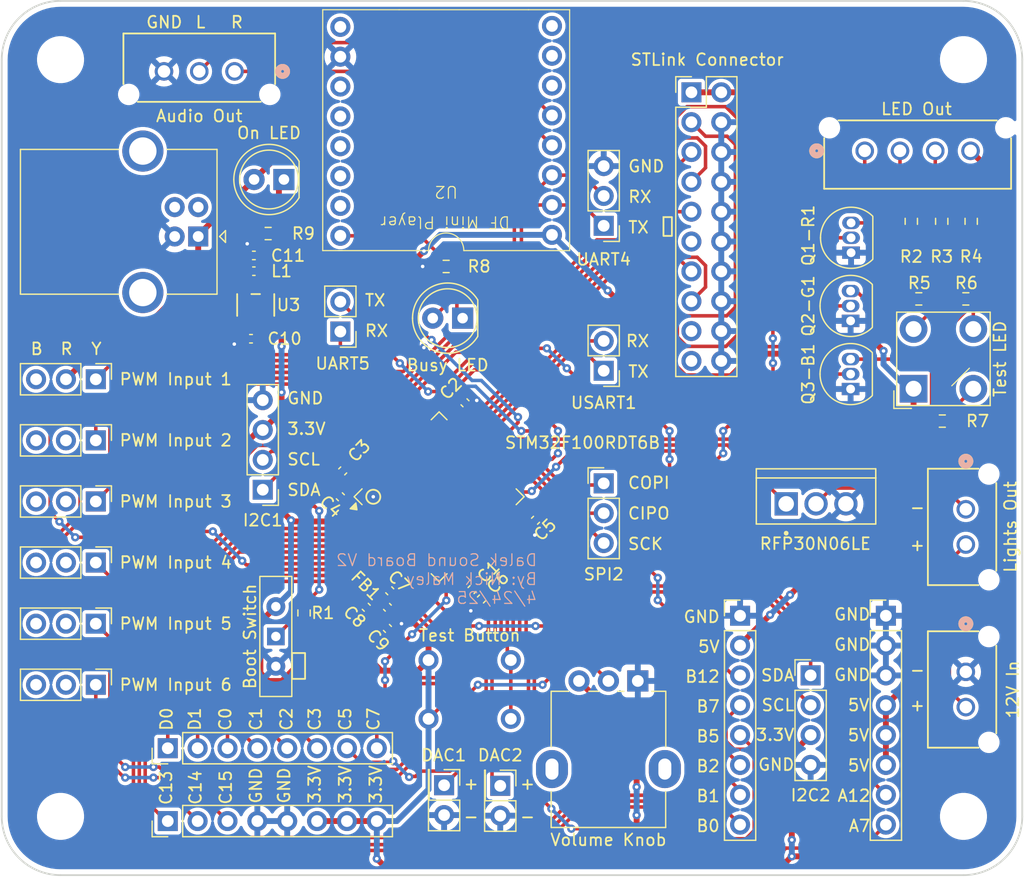
<source format=kicad_pcb>
(kicad_pcb (version 20240108) (generator "pcbnew") (generator_version "8.0")
  (layers (0 "F.Cu" signal) (31 "B.Cu" power) (34 "B.Paste" user) (35 "F.Paste" user) (36 "B.SilkS" user "B.Silkscreen") (37 "F.SilkS" user "F.Silkscreen") (38 "B.Mask" user) (39 "F.Mask" user) (44 "Edge.Cuts" user))
  (net 0 "")
  (net 1 "+3.3V")
  (net 2 "GND")
  (net 3 "+3.3VA")
  (net 4 "+5V")
  (net 5 "/RTest")
  (net 6 "/GTest")
  (net 7 "/BTest")
  (net 8 "/DFBusyLED")
  (net 9 "/DFBusy")
  (net 10 "/On LED")
  (net 12 "/Input1")
  (net 15 "/Input2")
  (net 19 "/Input3")
  (net 21 "/Input4")
  (net 22 "/Input5")
  (net 27 "/Input6")
  (net 28 "/JTDI")
  (net 30 "/JTCK")
  (net 31 "/NRST")
  (net 32 "/JTMS")
  (net 34 "/JTDO")
  (net 35 "/NJTRST")
  (net 37 "/BLED")
  (net 38 "/RLED")
  (net 39 "/GLED")
  (net 40 "/LAudio")
  (net 41 "/RAudio")
  (net 42 "/Lights+")
  (net 43 "/Lights-")
  (net 44 "/USART1 RX")
  (net 45 "/USART1 TX")
  (net 46 "/UART5 TX")
  (net 47 "/UART5 RX")
  (net 48 "/I2C1 SDA")
  (net 49 "/I2C1 SCL")
  (net 50 "/I2C2 SDA")
  (net 51 "/I2C2 SCL")
  (net 52 "/CIPO")
  (net 53 "/COPI")
  (net 54 "/SCK")
  (net 55 "/DAC1")
  (net 56 "/DAC2")
  (net 57 "/PC2")
  (net 58 "/PC1")
  (net 59 "/PC3")
  (net 60 "/PC7")
  (net 61 "/PC0")
  (net 62 "/PD0")
  (net 63 "/PC5")
  (net 64 "/PD1")
  (net 65 "/PC15")
  (net 66 "/PC14")
  (net 67 "/PA7")
  (net 68 "/PA12")
  (net 69 "/PB12")
  (net 70 "/PB2")
  (net 71 "/PB0")
  (net 72 "/PB5")
  (net 73 "/PB7")
  (net 74 "/PB1")
  (net 79 "/UART4 TX")
  (net 80 "/UART4 RX")
  (net 81 "Net-(U3-LX)")
  (net 82 "/RFet")
  (net 83 "/RCtrl")
  (net 84 "/GFet")
  (net 85 "/GCtrl")
  (net 86 "/BFet")
  (net 87 "/LightsControl")
  (net 88 "/SW_BOOT0")
  (net 89 "/BOOT0")
  (net 90 "/ADC IN")
  (net 91 "/Test Button")
  (net 92 "/PC13")
  (net 93 "/BCtrl")
  (footprint "Capacitor_SMD:C_0402_1005Metric_Pad0.74x0.62mm_HandSolder" (layer "F.Cu") (at 149.0448 59.2636)
    (property "Reference" "C11")
    (property "Value" "4.7u")
  )
  (footprint "footprints:TSOT5_MC_MCH" (layer "F.Cu") (at 149.2 63.4778 90)
    (property "Reference" "U3")
    (property "Value" "MCP1603T-330I/OS")
  )
  (footprint "Capacitor_SMD:C_0402_1005Metric_Pad0.74x0.62mm_HandSolder" (layer "F.Cu") (at 173 81.8 -135)
    (property "Reference" "C5")
    (property "Value" "100n")
  )
  (footprint "Capacitor_SMD:C_0402_1005Metric_Pad0.74x0.62mm_HandSolder" (layer "F.Cu") (at 160.6 87.8 135)
    (property "Reference" "C7")
    (property "Value" "10n")
  )
  (footprint "LED_THT:LED_D5.0mm" (layer "F.Cu") (at 151.6 52.8 180)
    (property "Reference" "D3")
    (property "Value" "On LED")
  )
  (footprint "Connector_PinHeader_2.54mm:PinHeader_1x03_P2.54mm_Vertical" (layer "F.Cu") (at 178.8 56.74 180)
    (property "Reference" "J24")
    (property "Value" "UART4")
  )
  (footprint "Inductor_SMD:L_0402_1005Metric_Pad0.77x0.64mm_HandSolder" (layer "F.Cu") (at 149.0448 60.6011)
    (property "Reference" "L1")
    (property "Value" "4.7u")
  )
  (footprint "Potentiometer_THT:Potentiometer_Alpha_RD901F-40-00D_Single_Vertical" (layer "F.Cu") (at 181.7 95.475 -90)
    (property "Reference" "RV1")
    (property "Value" "Volume Knob")
  )
  (footprint "Connector_PinHeader_2.54mm:PinHeader_2x01_P2.54mm_Vertical" (layer "F.Cu") (at 165.225 104.35 -90)
    (property "Reference" "J17")
    (property "Value" "DAC1")
  )
  (footprint "Resistor_SMD:R_0603_1608Metric_Pad0.98x0.95mm_HandSolder" (layer "F.Cu") (at 204.962725 56.360001 -90)
    (property "Reference" "R2")
    (property "Value" "18")
  )
  (footprint "MountingHole:MountingHole_3.5mm" (layer "F.Cu") (at 132.6 107)
    (property "Reference" "H2" (hide yes))
    (property "Value" "MountingHole")
  )
  (footprint "Connector_PinHeader_2.54mm:PinHeader_1x03_P2.54mm_Vertical" (layer "F.Cu") (at 135.6 90.6 -90)
    (property "Reference" "J5")
    (property "Value" "PWM Input 5")
  )
  (footprint "NickLib:CONN_SD-43650-010_02_MOLEX2PINSOCKET" (layer "F.Cu") (at 209.281301 96.2 90)
    (property "Reference" "J10")
    (property "Value" "12V In")
  )
  (footprint "Connector_PinHeader_2.54mm:PinHeader_2x10_P2.54mm_Vertical" (layer "F.Cu") (at 186.26 45.38)
    (property "Reference" "J7")
    (property "Value" "STLink Connector")
  )
  (footprint "NickLib:CONN_SD-43650-010_02_MOLEX2PINSOCKET" (layer "F.Cu") (at 209.281301 82.366201 90)
    (property "Reference" "J11")
    (property "Value" "Lights Out")
  )
  (footprint "NickLib:LED_BL-FL7680RGB-wEdge" (layer "F.Cu") (at 205.155 70.605001 90)
    (property "Reference" "D1")
    (property "Value" "Test LED")
  )
  (footprint "NickLib:CONN_SD-43650-010_03_MOLEX3PINSOCKET" (layer "F.Cu") (at 144.399999 43.281301)
    (property "Reference" "J9")
    (property "Value" "Audio Out")
  )
  (footprint "Connector_PinHeader_2.54mm:PinHeader_1x02_P2.54mm_Vertical" (layer "F.Cu") (at 156.4 65.74 180)
    (property "Reference" "J13")
    (property "Value" "UART5")
  )
  (footprint "Capacitor_SMD:C_0402_1005Metric_Pad0.74x0.62mm_HandSolder" (layer "F.Cu") (at 148.8 66.3511 180)
    (property "Reference" "C10")
    (property "Value" "4.7u")
  )
  (footprint "NickLib:Push Button" (layer "F.Cu") (at 167.4 96.2 180)
    (property "Reference" "SW2")
    (property "Value" "Test Button")
  )
  (footprint "Button_Switch_THT:SW_Slide-03_Wuerth-WS-SLTV_10x2.5x6.4_P2.54mm" (layer "F.Cu") (at 150.9125 91.6875 90)
    (property "Reference" "SW1")
    (property "Value" "Boot Switch")
  )
  (footprint "Connector_PinHeader_2.54mm:PinHeader_1x03_P2.54mm_Vertical" (layer "F.Cu") (at 135.6 69.8 -90)
    (property "Reference" "J4")
    (property "Value" "PWM Input 1")
  )
  (footprint "Resistor_SMD:R_0603_1608Metric_Pad0.98x0.95mm_HandSolder" (layer "F.Cu") (at 205.6 62.960001)
    (property "Reference" "R5")
    (property "Value" "150")
  )
  (footprint "Connector_PinHeader_2.54mm:PinHeader_1x03_P2.54mm_Vertical" (layer "F.Cu") (at 135.6 85.4 -90)
    (property "Reference" "J6")
    (property "Value" "PWM Input 4")
  )
  (footprint "NickLib:DFMiniPlayer" (layer "F.Cu") (at 165.4 47.35 180)
    (property "Reference" "U2")
    (property "Value" "~")
  )
  (footprint "Connector_PinHeader_2.54mm:PinHeader_1x04_P2.54mm_Vertical" (layer "F.Cu") (at 149.8 79.2 180)
    (property "Reference" "J14")
    (property "Value" "I2C1")
  )
  (footprint "Capacitor_SMD:C_0402_1005Metric_Pad0.74x0.62mm_HandSolder" (layer "F.Cu") (at 167.6 87.7 -135)
    (property "Reference" "C1")
    (property "Value" "100n")
  )
  (footprint "Capacitor_SMD:C_0402_1005Metric_Pad0.74x0.62mm_HandSolder" (layer "F.Cu") (at 160.404819 91.004819 -45)
    (property "Reference" "C9")
    (property "Value" "1u")
  )
  (footprint "Connector_PinHeader_2.54mm:PinHeader_2x01_P2.54mm_Vertical" (layer "F.Cu") (at 170 104.4 -90)
    (property "Reference" "J18")
    (property "Value" "DAC2")
  )
  (footprint "Connector_PinHeader_2.54mm:PinHeader_1x03_P2.54mm_Vertical" (layer "F.Cu") (at 135.6 95.8 -90)
    (property "Reference" "J1")
    (property "Value" "PWM Input 6")
  )
  (footprint "Connector_USB:USB_B_OST_USB-B1HSxx_Horizontal" (layer "F.Cu") (at 144.31 57.65 180)
    (property "Reference" "J23")
    (property "Value" "USB_B")
  )
  (footprint "Package_TO_SOT_THT:TO-92_Inline" (layer "F.Cu") (at 199.8 70.630001 90)
    (property "Reference" "Q3-B1")
    (property "Value" "2N7000")
  )
  (footprint "Connector_PinHeader_2.54mm:PinHeader_1x04_P2.54mm_Vertical" (layer "F.Cu") (at 196.4 95)
    (property "Reference" "J15")
    (property "Value" "I2C2")
  )
  (footprint "Capacitor_SMD:C_0402_1005Metric_Pad0.74x0.62mm_HandSolder" (layer "F.Cu") (at 156.6 77.6 45)
    (property "Reference" "C3")
    (property "Value" "100n")
  )
  (footprint "Inductor_SMD:L_0402_1005Metric_Pad0.77x0.64mm_HandSolder" (layer "F.Cu") (at 160.404819 89.204819 -45)
    (property "Reference" "FB1")
    (property "Value" "120R")
  )
  (footprint "Connector_PinHeader_2.54mm:PinHeader_1x08_P2.54mm_Vertical" (layer "F.Cu") (at 141.72 107.4 90)
    (property "Reference" "J20" (hide yes))
    (property "Value" "GPIOC2")
  )
  (footprint "Capacitor_SMD:C_0402_1005Metric_Pad0.74x0.62mm_HandSolder" (layer "F.Cu") (at 168.4 88.5 -135)
    (property "Reference" "C6")
    (property "Value" "4.7u")
  )
  (footprint "Resistor_SMD:R_0603_1608Metric_Pad0.98x0.95mm_HandSolder" (layer "F.Cu") (at 165.4 60.2)
    (property "Reference" "R8")
    (property "Value" "10k")
  )
  (footprint "Connector_PinHeader_2.54mm:PinHeader_1x08_P2.54mm_Vertical" (layer "F.Cu") (at 202.8 89.925)
    (property "Reference" "J21")
    (property "Value" "GPIOA")
  )
  (footprint "MountingHole:MountingHole_3.5mm" (layer "F.Cu") (at 209.4 42.6)
    (property "Reference" "H4" (hide yes))
    (property "Value" "MountingHole")
  )
  (footprint "Connector_PinHeader_2.54mm:PinHeader_1x08_P2.54mm_Vertical" (layer "F.Cu") (at 141.72 101.2 90)
    (property "Reference" "J19" (hide yes))
    (property "Value" "GPIOD&C1")
  )
  (footprint "Capacitor_SMD:C_0402_1005Metric_Pad0.74x0.62mm_HandSolder" (layer "F.Cu") (at 167 71.8 -45)
    (property "Reference" "C2")
    (property "Value" "100n")
  )
  (footprint "Resistor_SMD:R_0603_1608Metric_Pad0.98x0.95mm_HandSolder" (layer "F.Cu") (at 207.55 56.360001 90)
    (property "Reference" "R3")
    (property "Value" "10")
  )
  (footprint "Resistor_SMD:R_0603_1608Metric_Pad0.98x0.95mm_HandSolder" (layer "F.Cu") (at 209.6 62.960001)
    (property "Reference" "R6")
    (property "Value" "100")
  )
  (footprint "Package_TO_SOT_THT:TO-92_Inline" (layer "F.Cu") (at 199.8 64.830001 90)
    (property "Reference" "Q2-G1")
    (property "Value" "2N7000")
  )
  (footprint "Capacitor_SMD:C_0402_1005Metric_Pad0.74x0.62mm_HandSolder" (layer "F.Cu") (at 158.604819 89.204819 135)
    (property "Reference" "C8")
    (property "Value" "1u")
  )
  (footprint "MountingHole:MountingHole_3.5mm" (layer "F.Cu") (at 209.4 107)
    (property "Reference" "H3" (hide yes))
    (property "Value" "MountingHole")
  )
  (footprint "Connector_PinHeader_2.54mm:PinHeader_1x08_P2.54mm_Vertical" (layer "F.Cu") (at 190.4 89.925)
    (property "Reference" "J22")
    (property "Value" "GPIOB")
  )
  (footprint "NickLib:CONN_SD-43650-010_04_MOLEX4PINSOCKET" (layer "F.Cu") (at 205.5 50.6787 180)
    (property "Reference" "J8")
    (property "Value" "LED Out")
  )
  (footprint "LED_THT:LED_D5.0mm" (layer "F.Cu") (at 166.8 64.6 180)
    (property "Reference" "D2")
    (property "Value" "Busy LED")
  )
  (footprint "Resistor_SMD:R_0603_1608Metric_Pad0.98x0.95mm_HandSolder" (layer "F.Cu") (at 150.26 57.4)
    (property "Reference" "R9")
    (property "Value" "10k")
  )
  (footprint "MountingHole:MountingHole_3.5mm" (layer "F.Cu") (at 132.6 42.6)
    (property "Reference" "H1" (hide yes))
    (property "Value" "MountingHole")
  )
  (footprint "Resistor_SMD:R_0603_1608Metric_Pad0.98x0.95mm_HandSolder" (layer "F.Cu") (at 210.057091 56.360001 90)
    (property "Reference" "R4")
    (property "Value" "10")
  )
  (footprint "Capacitor_SMD:C_0402_1005Metric_Pad0.74x0.62mm_HandSolder" (layer "F.Cu") (at 156.4 79.8 135)
    (property "Reference" "C4")
    (property "Value" "100n")
  )
  (footprint "Package_TO_SOT_THT:TO-92_Inline" (layer "F.Cu") (at 199.84 59.030001 90)
    (property "Reference" "Q1-R1")
    (property "Value" "2N7000")
  )
  (footprint "Connector_PinHeader_2.54mm:PinHeader_1x03_P2.54mm_Vertical" (layer "F.Cu") (at 135.6 75 -90)
    (property "Reference" "J2")
    (property "Value" "PWM Input 2")
  )
  (footprint "Connector_PinHeader_2.54mm:PinHeader_1x03_P2.54mm_Vertical" (layer "F.Cu") (at 178.8 78.66)
    (property "Reference" "J16")
    (property "Value" "SPI2")
  )
  (footprint "Resistor_SMD:R_0603_1608Metric_Pad0.98x0.95mm_HandSolder" (layer "F.Cu") (at 153.3125 89.6875 -90)
    (property "Reference" "R1")
    (property "Value" "10k")
  )
  (footprint "Connector_PinHeader_2.54mm:PinHeader_1x03_P2.54mm_Vertical" (layer "F.Cu") (at 135.6 80.2 -90)
    (property "Reference" "J3")
    (property "Value" "PWM Input 3")
  )
  (footprint "Package_QFP:LQFP-64_10x10mm_P0.5mm" (layer "F.Cu") (at 164.8 79.8 45)
    (property "Reference" "U1")
    (property "Value" "STM32F100RDT6B")
  )
  (footprint "Connector_PinHeader_2.54mm:PinHeader_1x02_P2.54mm_Vertical" (layer "F.Cu") (at 178.8 69.075 180)
    (property "Reference" "J12")
    (property "Value" "USART1")
  )
  (footprint "RFP30N06LE:TRANS_RFP30N06LE" (layer "F.Cu") (at 196.86 80.4)
    (property "Reference" "Q4")
    (property "Value" "RFP30N06LE")
  )
  (footprint "Resistor_SMD:R_0603_1608Metric_Pad0.98x0.95mm_HandSolder" (layer "F.Cu") (at 207.6 73.360001)
    (property "Reference" "R7")
    (property "Value" "100")
  )
  (gr_circle (center 159.2 79.8) (end 158.6 79.8) (stroke (width 0.153)) (fill none) (layer "F.SilkS"))
  (gr_rect (start 152.29291 93.1) (end 153.4 95.3) (stroke (width 0.153)) (fill none) (layer "F.SilkS"))
  (gr_rect (start 183.883071 56) (end 184.6 57.6) (stroke (width 0.153)) (fill none) (layer "F.SilkS"))
  (gr_line (start 132.6 37.6) (end 209.4 37.6) (stroke (width 0.153)) (layer "Edge.Cuts"))
  (gr_arc (start 214.4 107) (mid 212.935534 110.535534) (end 209.4 112) (stroke (width 0.153)) (layer "Edge.Cuts"))
  (gr_line (start 214.4 42.6) (end 214.4 107) (stroke (width 0.153)) (layer "Edge.Cuts"))
  (gr_line (start 127.6 42.6) (end 127.6 107) (stroke (width 0.153)) (layer "Edge.Cuts"))
  (gr_arc (start 132.6 112) (mid 129.064466 110.535534) (end 127.6 107) (stroke (width 0.153)) (layer "Edge.Cuts"))
  (gr_arc (start 127.6 42.6) (mid 129.064466 39.064466) (end 132.6 37.6) (stroke (width 0.153)) (layer "Edge.Cuts"))
  (gr_arc (start 209.4 37.6) (mid 212.935534 39.064466) (end 214.4 42.6) (stroke (width 0.153)) (layer "Edge.Cuts"))
  (gr_line (start 132.6 112) (end 209.4 112) (stroke (width 0.153)) (layer "Edge.Cuts"))
  (gr_text "Dalek Sound Board V2\nBy: Nick Maley\n4/24/25" (at 173.2 89 0) (layer "B.SilkS") (effects (font (size 1 1) (thickness 0.1)) (justify left bottom mirror)))
  (gr_text "B2" (at 186.6 103.314285 0) (layer "F.SilkS") (effects (font (size 1 1) (thickness 0.153)) (justify left bottom)))
  (gr_text "GND" (at 139.799998 40 0) (layer "F.SilkS") (effects (font (size 1 1) (thickness 0.153)) (justify left bottom)))
  (gr_text "B0" (at 186.6 108.4 0) (layer "F.SilkS") (effects (font (size 1 1) (thickness 0.153)) (justify left bottom)))
  (gr_text "B5" (at 186.6 100.771428 0) (layer "F.SilkS") (effects (font (size 1 1) (thickness 0.153)) (justify left bottom)))
  (gr_text "RX" (at 180.8 54.86 0) (layer "F.SilkS") (effects (font (size 1 1) (thickness 0.153)) (justify left bottom)))
  (gr_text "SDA" (at 151.8 79.8 0) (layer "F.SilkS") (effects (font (size 1 1) (thickness 0.153)) (justify left bottom)))
  (gr_text "+" (at 171.6 104.8 0) (layer "F.SilkS") (effects (font (size 1 1) (thickness 0.153)) (justify left bottom)))
  (gr_text "GND" (at 198.314286 90.4 0) (layer "F.SilkS") (effects (font (size 1 1) (thickness 0.153)) (justify left bottom)))
  (gr_text "C0\n" (at 147.2 99.8 90) (layer "F.SilkS") (effects (font (size 1 1) (thickness 0.153)) (justify left bottom)))
  (gr_text "SCL\n" (at 151.8 77.2 0) (layer "F.SilkS") (effects (font (size 1 1) (thickness 0.153)) (justify left bottom)))
  (gr_text "GND" (at 152.2 106 90) (layer "F.SilkS") (effects (font (size 1 1) (thickness 0.153)) (justify left bottom)))
  (gr_text "GND" (at 198.314286 95.542856 0) (layer "F.SilkS") (effects (font (size 1 1) (thickness 0.153) (bold yes)) (justify left bottom)))
  (gr_text "-" (at 171.6 107.6 0) (layer "F.SilkS") (effects (font (size 1 1) (thickness 0.153)) (justify left bottom)))
  (gr_text "3.3V" (at 191.66029 100.650143 0) (layer "F.SilkS") (effects (font (size 1 1) (thickness 0.153)) (justify left bottom)))
  (gr_text "R\n" (at 146.999998 40 0) (layer "F.SilkS") (effects (font (size 1 1) (thickness 0.153)) (justify left bottom)))
  (gr_text "GND" (at 191.850766 103.183477 0) (layer "F.SilkS") (effects (font (size 1 1) (thickness 0.153)) (justify left bottom)))
  (gr_text "RX" (at 158.4 66.265 0) (layer "F.SilkS") (effects (font (size 1 1) (thickness 0.153)) (justify left bottom)))
  (gr_text "GND" (at 185.504762 90.6 0) (layer "F.SilkS") (effects (font (size 1 1) (thickness 0.153)) (justify left bottom)))
  (gr_text "C2" (at 152.4 99.8 90) (layer "F.SilkS") (effects (font (size 1 1) (thickness 0.153)) (justify left bottom)))
  (gr_text "COPI" (at 180.775 79.2 0) (layer "F.SilkS") (effects (font (size 1 1) (thickness 0.153)) (justify left bottom)))
  (gr_text "GND" (at 198.314286 92.971428 0) (layer "F.SilkS") (effects (font (size 1 1) (thickness 0.153)) (justify left bottom)))
  (gr_text "C15" (at 147.23485 106.083381 90) (layer "F.SilkS") (effects (font (size 1 1) (thickness 0.153)) (justify left bottom)))
  (gr_text "TX" (at 180.8 69.735 0) (layer "F.SilkS") (effects (font (size 1 1) (thickness 0.153)) (justify left bottom)))
  (gr_text "3.3V" (at 151.8 74.6 0) (layer "F.SilkS") (effects (font (size 1 1) (thickness 0.153)) (justify left bottom)))
  (gr_text "3.3V" (at 154.8 106 90) (layer "F.SilkS") (effects (font (size 1 1) (thickness 0.153)) (justify left bottom)))
  (gr_text "SCK" (at 180.775 84.4 0) (layer "F.SilkS") (effects (font (size 1 1) (thickness 0.153)) (justify left bottom)))
  (gr_text "-" (at 206.2 80.266201 180) (layer "F.SilkS") (effects (font (size 1 1) (thickness 0.153)) (justify left bottom)))
  (gr_text "TX" (at 158.4 63.665 0) (layer "F.SilkS") (effects (font (size 1 1) (thickness 0.153)) (justify left bottom)))
  (gr_text "3.3V" (at 160 106 90) (layer "F.SilkS") (effects (font (size 1 1) (thickness 0.153)) (justify left bottom)))
  (gr_text "-" (at 166.8 107.6 0) (layer "F.SilkS") (effects (font (size 1 1) (thickness 0.153)) (justify left bottom)))
  (gr_text "C7" (at 159.8 99.8 90) (layer "F.SilkS") (effects (font (size 1 1) (thickness 0.153)) (justify left bottom)))
  (gr_text "+" (at 166.8 104.8 0) (layer "F.SilkS") (effects (font (size 1 1) (thickness 0.153)) (justify left bottom)))
  (gr_text "D1\n" (at 144.6 99.8 90) (layer "F.SilkS") (effects (font (size 1 1) (thickness 0.153)) (justify left bottom)))
  (gr_text "A7" (at 199.552381 108.4 0) (layer "F.SilkS") (effects (font (size 1 1) (thickness 0.153)) (justify left bottom)))
  (gr_text "Y" (at 135.121429 67.8 0) (layer "F.SilkS") (effects (font (size 1 1) (thickness 0.153)) (justify left bottom)))
  (gr_text "C1\n" (at 149.8 99.8 90) (layer "F.SilkS") (effects (font (size 1 1) (thickness 0.153)) (justify left bottom)))
  (gr_text "5V" (at 199.478737 103.25397 0) (layer "F.SilkS") (effects (font (size 1 1) (thickness 0.153)) (justify left bottom)))
  (gr_text "A12\n" (at 198.6 105.828568 0) (layer "F.SilkS") (effects (font (size 1 1) (thickness 0.153)) (justify left bottom)))
  (gr_text "D0\n" (at 142.2 99.8 90) (layer "F.SilkS") (effects (font (size 1 1) (thickness 0.153)) (justify left bottom)))
  (gr_text "R" (at 132.51 67.8 0) (layer "F.SilkS") (effects (font (size 1 1) (thickness 0.153)) (justify left bottom)))
  (gr_text "+" (at 206.2 83.466201 180) (layer "F.SilkS") (effects (font (size 1 1) (thickness 0.153)) (justify left bottom)))
  (gr_text "5V" (at 199.478737 98.11616 0) (layer "F.SilkS") (effects (font (size 1 1) (thickness 0.153)) (justify left bottom)))
  (gr_text "C5" (at 157.4 99.8 90) (layer "F.SilkS") (effects (font (size 1 1) (thickness 0.153)) (justify left bottom)))
  (gr_text "C14" (at 144.662525 106.099977 90) (layer "F.SilkS") (effects (font (size 1 1) (thickness 0.153)) (justify left bottom)))
  (gr_text "3.3V" (at 157.4 106 90) (layer "F.SilkS") (effects (font (size 1 1) (thickness 0.153)) (justify left bottom)))
  (gr_text "C13" (at 142.156582 106.116573 90) (layer "F.SilkS") (effects (font (size 1 1) (thickness 0.153)) (justify left bottom)))
  (gr_text "B7" (at 186.6 98.228571 0) (layer "F.SilkS") (effects (font (size 1 1) (thickness 0.153)) (justify left bottom)))
  (gr_text "GND" (at 149.8 106 90) (layer "F.SilkS") (effects (font (size 1 1) (thickness 0.153)) (justify left bottom)))
  (gr_text "B1" (at 186.6 105.857142 0) (layer "F.SilkS") (effects (font (size 1 1) (thickness 0.153)) (justify left bottom)))
  (gr_text "B" (at 129.97 67.8 0) (layer "F.SilkS") (effects (font (size 1 1) (thickness 0.153)) (justify left bottom)))
  (gr_text "GND" (at 151.8 72 0) (layer "F.SilkS") (effects (font (size 1 1) (thickness 0.153)) (justify left bottom)))
  (gr_text "5V" (at 186.742857 93.142857 0) (layer "F.SilkS") (effects (font (size 1 1) (thickness 0.153)) (justify left bottom)))
  (gr_text "SCL" (at 192.13648 98.11681 0) (layer "F.SilkS") (effects (font (size 1 1) (thickness 0.153)) (justify left bottom)))
  (gr_text "L" (at 143.999998 40 0) (layer "F.SilkS") (effects (font (size 1 1) (thickness 0.153)) (justify left bottom)))
  (gr_text "B12\n" (at 185.647619 95.685714 0) (layer "F.SilkS") (effects (font (size 1 1) (thickness 0.153)) (justify left bottom)))
  (gr_text "RX" (at 180.6 67.135 0) (layer "F.SilkS") (effects (font (size 1 1) (thickness 0.153)) (justify left bottom)))
  (gr_text "C3" (at 154.8 99.8 90) (layer "F.SilkS") (effects (font (size 1 1) (thickness 0.153)) (justify left bottom)))
  (gr_text "+" (at 206.2 97.1 180) (layer "F.SilkS") (effects (font (size 1 1) (thickness 0.153)) (justify left bottom)))
  (gr_text "5V" (at 199.47165 100.681522 0) (layer "F.SilkS") (effects (font (size 1 1) (thickness 0.153)) (justify left bottom)))
  (gr_text "TX" (at 180.8 57.46 0) (layer "F.SilkS") (effects (font (size 1 1) (thickness 0.153)) (justify left bottom)))
  (gr_text "GND" (at 180.8 52.26 0) (layer "F.SilkS") (effects (font (size 1 1) (thickness 0.153)) (justify left bottom)))
  (gr_text "SDA" (at 192.088861 95.583477 0) (layer "F.SilkS") (effects (font (size 1 1) (thickness 0.153)) (justify left bottom)))
  (gr_text "CIPO" (at 180.775 81.8 0) (layer "F.SilkS") (effects (font (size 1 1) (thickness 0.153)) (justify left bottom)))
  (gr_text "-" (at 206.2 94.1 180) (layer "F.SilkS") (effects (font (size 1 1) (thickness 0.153)) (justify left bottom)))
  (segment (start 160.1 111.2) (end 179.6 111.2) (width 0.5) (layer "F.Cu") (net 1))
  (segment (start 155.802566 81.9) (end 152.3 81.9) (width 0.5) (layer "F.Cu") (net 1))
  (segment (start 156.866616 80.13595) (end 156.866616 78.669182) (width 0.5) (layer "F.Cu") (net 1))
  (segment (start 168.3 94.3) (end 163.9 98.7) (width 0.3) (layer "F.Cu") (net 1))
  (segment (start 151.4 72.52) (end 149.8 74.12) (width 0.5) (layer "F.Cu") (net 1))
  (segment (start 205 105) (end 213 97) (width 0.5) (layer "F.Cu") (net 1))
  (segment (start 172.002017 81.698717) (end 171.464481 81.161181) (width 0.3) (layer "F.Cu") (net 1))
  (segment (start 213 50.8) (end 209.2 47) (width 0.5) (layer "F.Cu") (net 1))
  (segment (start 194.8 109) (end 194.8 101.68) (width 0.5) (layer "F.Cu") (net 1))
  (segment (start 165.413296 74.576654) (end 159.48995 80.5) (width 0.3) (layer "F.Cu") (net 1))
  (segment (start 204.78 45.38) (end 188.8 45.38) (width 0.5) (layer "F.Cu") (net 1))
  (segment (start 156.801283 80.901283) (end 156.801283 80.201283) (width 0.5) (layer "F.Cu") (net 1))
  (segment (start 171.7033 81.4) (end 173.4 81.4) (width 0.3) (layer "F.Cu") (net 1))
  (segment (start 213 97) (end 213 50.8) (width 0.5) (layer "F.Cu") (net 1))
  (segment (start 148.551472 81.2) (end 147.4 80.048528) (width 0.5) (layer "F.Cu") (net 1))
  (segment (start 155.802566 81.9) (end 156.801283 80.901283) (width 0.5) (layer "F.Cu") (net 1))
  (segment (start 154.707767 92.2) (end 157.468629 92.2) (width 0.5) (layer "F.Cu") (net 1))
  (segment (start 151.430267 95.4775) (end 154.707767 92.2) (width 0.5) (layer "F.Cu") (net 1))
  (segment (start 186.26 45.38) (end 188.8 45.38) (width 0.5) (layer "F.Cu") (net 1))
  (segment (start 166.040257 84.359743) (end 169.859743 80.540257) (width 0.3) (layer "F.Cu") (net 1))
  (segment (start 169.859743 80.540257) (end 170.843557 80.540257) (width 0.3) (layer "F.Cu") (net 1))
  (segment (start 171.464481 81.161181) (end 171.7033 81.4) (width 0.3) (layer "F.Cu") (net 1))
  (segment (start 149.6 94.8) (end 150.2775 95.4775) (width 0.5) (layer "F.Cu") (net 1))
  (segment (start 147.4 76.2) (end 149.48 74.12) (width 0.5) (layer "F.Cu") (net 1))
  (segment (start 168.3 91.885787) (end 168.3 94.3) (width 0.3) (layer "F.Cu") (net 1))
  (segment (start 194 111.2) (end 194.8 110.4) (width 0.5) (layer "F.Cu") (net 1))
  (segment (start 150.150001 61.133801) (end 149.6173 60.6011) (width 0.5) (layer "F.Cu") (net 1))
  (segment (start 160.003536 90.603536) (end 160.003536 90.41574) (width 0.5) (layer "F.Cu") (net 1))
  (segment (start 149.6123 60.5961) (end 149.6173 60.6011) (width 0.5) (layer "F.Cu") (net 1))
  (segment (start 166.868287 85.757375) (end 166.040257 84.929345) (width 0.3) (layer "F.Cu") (net 1))
  (segment (start 154.42 107.4) (end 156.96 107.4) (width 0.5) (layer "F.Cu") (net 1))
  (segment (start 156.801283 80.201283) (end 156.866616 80.13595) (width 0.5) (layer "F.Cu") (net 1))
  (segment (start 202.4 110.4) (end 205 107.8) (width 0.5) (layer "F.Cu") (net 1))
  (segment (start 151.4 63.449999) (end 150.150001 62.2) (width 0.5) (layer "F.Cu") (net 1))
  (segment (start 151.4 70.9111) (end 151.4 72.52) (width 0.5) (layer "F.Cu") (net 1))
  (segment (start 152.2 81.8) (end 151.6 81.2) (width 0.5) (layer "F.Cu") (net 1))
  (segment (start 206.4 47) (end 204.78 45.38) (width 0.5) (layer "F.Cu") (net 1))
  (segment (start 149.6123 59.2636) (end 149.6123 60.5961) (width 0.5) (layer "F.Cu") (net 1))
  (segment (start 173.4 81.4) (end 173.401283 81.398717) (width 0.3) (layer "F.Cu") (net 1))
  (segment (start 181.6 109.2) (end 179.6 111.2) (width 0.5) (layer "F.Cu") (net 1))
  (segment (start 157.697983 78.001283) (end 158.135519 78.438819) (width 0.3) (layer "F.Cu") (net 1))
  (segment (start 150.9125 89.1475) (end 149.6 90.46) (width 0.5) (layer "F.Cu") (net 1))
  (segment (start 170.843557 80.540257) (end 171.464481 81.161181) (width 0.3) (layer "F.Cu") (net 1))
  (segment (start 168.992894 88.290328) (end 168.992894 91.192893) (width 0.3) (layer "F.Cu") (net 1))
  (segment (start 168.992894 91.192893) (end 168.3 91.885787) (width 0.3) (layer "F.Cu") (net 1))
  (segment (start 157.175621 80.201283) (end 158.135519 81.161181) (width 0.3) (layer "F.Cu") (net 1))
  (segment (start 163.9 91.768629) (end 161.741009 89.609638) (width 0.5) (layer "F.Cu") (net 1))
  (segment (start 165.413296 73.883404) (end 165.413296 74.576654) (width 0.3) (layer "F.Cu") (net 1))
  (segment (start 163 94.6) (end 163.9 93.7) (width 0.5) (layer "F.Cu") (net 1))
  (segment (start 151.6 81.2) (end 148.551472 81.2) (width 0.5) (layer "F.Cu") (net 1))
  (segment (start 156.198717 78.001283) (end 157.697983 78.001283) (width 0.3) (layer "F.Cu") (net 1))
  (segment (start 147.4 80.048528) (end 147.4 76.2) (width 0.5) (layer "F.Cu") (net 1))
  (segment (start 168.001283 87.298717) (end 168.801283 88.098717) (width 0.3) (layer "F.Cu") (net 1))
  (segment (start 152.3 81.9) (end 152.2 81.8) (width 0.5) (layer "F.Cu") (net 1))
  (segment (start 194.8 110.4) (end 202.4 110.4) (width 0.5) (layer "F.Cu") (net 1))
  (segment (start 156.801283 80.201283) (end 157.175621 80.201283) (width 0.3) (layer "F.Cu") (net 1))
  (segment (start 168.001283 86.890371) (end 168.001283 87.298717) (width 0.3) (layer "F.Cu") (net 1))
  (segment (start 157.468629 92.2) (end 159.868629 94.6) (width 0.5) (layer "F.Cu") (net 1))
  (segment (start 156.866616 78.669182) (end 156.198717 78.001283) (width 0.5) (layer "F.Cu") (net 1))
  (segment (start 181.6 106.9) (end 181.6 109.2) (width 0.5) (layer "F.Cu") (net 1))
  (segment (start 149.48 74.12) (end 149.8 74.12) (width 0.5) (layer "F.Cu") (net 1))
  (segment (start 166.598717 72.697983) (end 166.161181 73.135519) (width 0.3) (layer "F.Cu") (net 1))
  (segment (start 151.4 67) (end 151.4 63.449999) (width 0.5) (layer "F.Cu") (net 1))
  (segment (start 181.6 100.375) (end 181.6 104.5) (width 0.5) (layer "F.Cu") (net 1))
  (segment (start 160.003536 90.41574) (end 160.809638 89.609638) (width 0.5) (layer "F.Cu") (net 1))
  (segment (start 159.868629 94.6) (end 163 94.6) (width 0.5) (layer "F.Cu") (net 1))
  (segment (start 158.7967 80.5) (end 158.135519 81.161181) (width 0.3) (layer "F.Cu") (net 1))
  (segment (start 150.150001 62.2) (end 150.150001 61.133801) (width 0.5) (layer "F.Cu") (net 1))
  (segment (start 163.9 93.7) (end 163.9 91.768629) (width 0.5) (layer "F.Cu") (net 1))
  (segment (start 156.96 107.4) (end 159.5 107.4) (width 0.5) (layer "F.Cu") (net 1))
  (segment (start 205 107.8) (end 205 105) (width 0.5) (layer "F.Cu") (net 1))
  (segment (start 166.868287 85.757375) (end 168.001283 86.890371) (width 0.3) (layer "F.Cu") (net 1))
  (segment (start 166.598717 71.398717) (end 166.598717 72.697983) (width 0.3) (layer "F.Cu") (net 1))
  (segment (start 159.5 110.6) (end 160.1 111.2) (width 0.5) (layer "F.Cu") (net 1))
  (segment (start 209.2 47) (end 206.4 47) (width 0.5) (layer "F.Cu") (net 1))
  (segment (start 179.6 111.2) (end 194 111.2) (width 0.5) (layer "F.Cu") (net 1))
  (segment (start 166.040257 84.929345) (end 166.040257 84.359743) (width 0.3) (layer "F.Cu") (net 1))
  (segment (start 166.161181 73.135519) (end 165.413296 73.883404) (width 0.3) (layer "F.Cu") (net 1))
  (segment (start 150.2775 95.4775) (end 151.430267 95.4775) (width 0.5) (layer "F.Cu") (net 1))
  (segment (start 149.6 90.46) (end 149.6 94.8) (width 0.5) (layer "F.Cu") (net 1))
  (segment (start 159.48995 80.5) (end 158.7967 80.5) (width 0.3) (layer "F.Cu") (net 1))
  (segment (start 194.8 101.68) (end 196.4 100.08) (width 0.5) (layer "F.Cu") (net 1))
  (segment (start 168.801283 88.098717) (end 168.992894 88.290328) (width 0.3) (layer "F.Cu") (net 1))
  (segment (start 161.741009 89.609638) (end 160.809638 89.609638) (width 0.5) (layer "F.Cu") (net 1))
  (segment (start 176.7 95.475) (end 181.6 100.375) (width 0.5) (layer "F.Cu") (net 1))
  (via (at 152.2 81.8) (size 0.7) (drill 0.3) (layers "F.Cu" "B.Cu") (net 1))
  (via (at 181.6 104.5) (size 0.7) (drill 0.3) (layers "F.Cu" "B.Cu") (net 1))
  (via (at 194.8 110.4) (size 0.7) (drill 0.3) (layers "F.Cu" "B.Cu") (net 1))
  (via (at 151.4 70.9111) (size 0.7) (drill 0.3) (layers "F.Cu" "B.Cu") (net 1))
  (via (at 194.8 109) (size 0.7) (drill 0.3) (layers "F.Cu" "B.Cu") (net 1))
  (via (at 151.4 67) (size 0.7) (drill 0.3) (layers "F.Cu" "B.Cu") (net 1))
  (via (at 181.6 106.9) (size 0.7) (drill 0.3) (layers "F.Cu" "B.Cu") (net 1))
  (via (at 159.5 110.6) (size 0.7) (drill 0.3) (layers "F.Cu" "B.Cu") (net 1))
  (segment (start 150.9125 89.1475) (end 152.2 87.86) (width 0.5) (layer "B.Cu") (net 1))
  (segment (start 163.9 93.7) (end 163.9 98.7) (width 0.5) (layer "B.Cu") (net 1))
  (segment (start 161.2 107.4) (end 163.9 104.7) (width 0.5) (layer "B.Cu") (net 1))
  (segment (start 163.9 104.7) (end 163.9 98.7) (width 0.5) (layer "B.Cu") (net 1))
  (segment (start 159.5 110.6) (end 159.5 107.4) (width 0.5) (layer "B.Cu") (net 1))
  (segment (start 152.2 87.86) (end 152.2 81.8) (width 0.5) (layer "B.Cu") (net 1))
  (segment (start 151.4 67) (end 151.4 70.9111) (width 0.5) (layer "B.Cu") (net 1))
  (segment (start 194.8 109) (end 194.8 110.4) (width 0.5) (layer "B.Cu") (net 1))
  (segment (start 181.6 104.5) (end 181.6 106.9) (width 0.5) (layer "B.Cu") (net 1))
  (segment (start 159.5 107.4) (end 161.2 107.4) (width 0.5) (layer "B.Cu") (net 1))
  (segment (start 158.203536 89.736918) (end 158.203536 88.803536) (width 0.3) (layer "F.Cu") (net 2))
  (segment (start 155.430818 77.8358) (end 156.067901 77.198717) (width 0.3) (layer "F.Cu") (net 2))
  (segment (start 166.514734 86.110928) (end 167.198717 86.794911) (width 0.3) (layer "F.Cu") (net 2))
  (segment (start 160.806102 91.393898) (end 161.6 90.6) (width 0.3) (layer "F.Cu") (net 2))
  (segment (start 160.806102 91.406102) (end 160.806102 91.393898) (width 0.3) (layer "F.Cu") (net 2))
  (segment (start 158.489072 78.085266) (end 159.2 78.796194) (width 0.3) (layer "F.Cu") (net 2))
  (segment (start 171.797477 82.201283) (end 172.598717 82.201283) (width 0.3) (layer "F.Cu") (net 2))
  (segment (start 148.4773 58.2702) (end 148.4773 59.2636) (width 0.5) (layer "F.Cu") (net 2))
  (segment (start 167.401283 72.198717) (end 167.401283 72.201283) (width 0.3) (layer "F.Cu") (net 2))
  (segment (start 164.4875 60.2) (end 163.4 60.2) (width 0.5) (layer "F.Cu") (net 2))
  (segment (start 159.87272 91.406102) (end 158.203536 89.736918) (width 0.3) (layer "F.Cu") (net 2))
  (segment (start 158.203536 88.803536) (end 158.793898 88.803536) (width 0.3) (layer "F.Cu") (net 2))
  (segment (start 149.3675 66.443494) (end 149.3675 66.3511) (width 0.5) (layer "F.Cu") (net 2))
  (segment (start 149.2 64.7556) (end 149.2 66.1836) (width 0.5) (layer "F.Cu") (net 2))
  (segment (start 149.3475 57.4) (end 148.4773 58.2702) (width 0.5) (layer "F.Cu") (net 2))
  (segment (start 161.110789 85.964085) (end 162.024606 85.050268) (width 0.3) (layer "F.Cu") (net 2))
  (segment (start 172.598717 82.719679) (end 172.939519 83.060481) (width 0.3) (layer "F.Cu") (net 2))
  (segment (start 161.110789 86.489211) (end 161.110789 85.964085) (width 0.3) (layer "F.Cu") (net 2))
  (segment (start 159.2 78.796194) (end 159.2 79.8) (width 0.3) (layer "F.Cu") (net 2))
  (segment (start 167.494975 89.405025) (end 167.998717 88.901283) (width 0.3) (layer "F.Cu") (net 2))
  (segment (start 149.2 66.1836) (end 149.3675 66.3511) (width 0.5) (layer "F.Cu") (net 2))
  (segment (start 147.380063 66.808517) (end 147.462523 66.808517) (width 0.5) (layer "F.Cu") (net 2))
  (segment (start 147.765106 67.1111) (end 148.699894 67.1111) (width 0.5) (layer "F.Cu") (net 2))
  (segment (start 157.001283 77.198717) (end 157.602523 77.198717) (width 0.3) (layer "F.Cu") (net 2))
  (segment (start 167.401283 72.602523) (end 166.514734 73.489072) (width 0.3) (layer "F.Cu") (net 2))
  (segment (start 157.602523 77.198717) (end 158.489072 78.085266) (width 0.3) (layer "F.Cu") (net 2))
  (segment (start 167.198717 88.101283) (end 167.998717 88.901283) (width 0.3) (layer "F.Cu") (net 2))
  (segment (start 160.201283 87.398717) (end 161.110789 86.489211) (width 0.3) (layer "F.Cu") (net 2))
  (segment (start 167.494975 89.505025) (end 167.494975 89.405025) (width 0.3) (layer "F.Cu") (net 2))
  (segment (start 148.699894 67.1111) (end 149.3675 66.443494) (width 0.5) (layer "F.Cu") (net 2))
  (segment (start 147.462523 66.808517) (end 147.765106 67.1111) (width 0.5) (layer "F.Cu") (net 2))
  (segment (start 168 71.6) (end 167.401283 72.198717) (width 0.3) (layer "F.Cu") (net 2))
  (segment (start 172.598717 82.201283) (end 172.598717 82.719679) (width 0.3) (layer "F.Cu") (net 2))
  (segment (start 171.110928 81.514734) (end 171.797477 82.201283) (width 0.3) (layer "F.Cu") (net 2))
  (segment (start 155.430818 78.830818) (end 155.998717 79.398717) (width 0.3) (layer "F.Cu") (net 2))
  (segment (start 155.430818 77.8358) (end 155.430818 78.830818) (width 0.3) (layer "F.Cu") (net 2))
  (segment (start 167.198717 86.794911) (end 167.198717 88.101283) (width 0.3) (layer "F.Cu") (net 2))
  (segment (start 160.806102 91.406102) (end 159.87272 91.406102) (width 0.3) (layer "F.Cu") (net 2))
  (segment (start 158.793898 88.803536) (end 160.198717 87.398717) (width 0.3) (layer "F.Cu") (net 2))
  (segment (start 167.401283 72.201283) (end 167.401283 72.602523) (width 0.3) (layer "F.Cu") (net 2))
  (segment (start 160.198717 87.398717) (end 160.201283 87.398717) (width 0.3) (layer "F.Cu") (net 2))
  (segment (start 156.067901 77.198717) (end 157.001283 77.198717) (width 0.3) (layer "F.Cu") (net 2))
  (via (at 159.2 79.8) (size 0.7) (drill 0.3) (layers "F.Cu" "B.Cu") (net 2))
  (via (at 163.4 60.2) (size 0.7) (drill 0.3) (layers "F.Cu" "B.Cu") (net 2))
  (via (at 168 71.6) (size 0.7) (drill 0.3) (layers "F.Cu" "B.Cu") (net 2))
  (via (at 172.939519 83.060481) (size 0.7) (drill 0.3) (layers "F.Cu" "B.Cu") (net 2))
  (via (at 148.4773 58.2702) (size 0.7) (drill 0.3) (layers "F.Cu" "B.Cu") (net 2))
  (via (at 167.494975 89.505025) (size 0.7) (drill 0.3) (layers "F.Cu" "B.Cu") (net 2))
  (via (at 147.380063 66.808517) (size 0.7) (drill 0.3) (layers "F.Cu" "B.Cu") (net 2))
  (via (at 161.6 90.6) (size 0.7) (drill 0.3) (layers "F.Cu" "B.Cu") (net 2))
  (segment (start 160.793898 88.006102) (end 160 88.8) (width 0.5) (layer "F.Cu") (net 3))
  (segment (start 159.006102 89.606102) (end 159.193898 89.606102) (width 0.5) (layer "F.Cu") (net 3))
  (segment (start 160.806102 87.993898) (end 160.806102 88.006102) (width 0.3) (layer "F.Cu") (net 3))
  (segment (start 162.378159 85.403821) (end 161.610789 86.171191) (width 0.3) (layer "F.Cu") (net 3))
  (segment (start 161.610789 86.171191) (end 161.610789 87.189211) (width 0.3) (layer "F.Cu") (net 3))
  (segment (start 160.806102 88.006102) (end 160.793898 88.006102) (width 0.5) (layer "F.Cu") (net 3))
  (segment (start 161.610789 87.189211) (end 160.806102 87.993898) (width 0.3) (layer "F.Cu") (net 3))
  (segment (start 159.193898 89.606102) (end 160 88.8) (width 0.5) (layer "F.Cu") (net 3))
  (segment (start 133.06 69.8) (end 137.01127 65.84873) (width 0.5) (layer "F.Cu") (net 4))
  (segment (start 209.4 74.4) (end 212 71.8) (width 0.5) (layer "F.Cu") (net 4))
  (segment (start 211.6 79.738855) (end 211.6 81.8) (width 0.5) (layer "F.Cu") (net 4))
  (segment (start 190.4 92.4) (end 192.951472 89.848528) (width 0.5) (layer "F.Cu") (net 4))
  (segment (start 211.6 81.8) (end 211 82.4) (width 0.5) (layer "F.Cu") (net 4))
  (segment (start 137.01127 65.84873) (end 139.35127 65.84873) (width 0.5) (layer "F.Cu") (net 4))
  (segment (start 153.8 57.2) (end 153.8 52.3) (width 0.5) (layer "F.Cu") (net 4))
  (segment (start 194.648528 88.151472) (end 195.2 87.6) (width 0.5) (layer "F.Cu") (net 4))
  (segment (start 211 82.4) (end 208.8 82.4) (width 0.5) (layer "F.Cu") (net 4))
  (segment (start 149.904 63.8278) (end 150.150001 64.073801) (width 0.5) (layer "F.Cu") (net 4))
  (segment (start 156 59.4) (end 153.8 57.2) (width 0.5) (layer "F.Cu") (net 4))
  (segment (start 189.808528 70.04) (end 185.514415 70.04) (width 0.5) (layer "F.Cu") (net 4))
  (segment (start 206.261145 74.4) (end 209.4 74.4) (width 0.5) (layer "F.Cu") (net 4))
  (segment (start 202.8 97.545) (end 202.8 100.085) (width 0.5) (layer "F.Cu") (net 4))
  (segment (start 153.8 52.3) (end 152.5 51) (width 0.5) (layer "F.Cu") (net 4))
  (segment (start 148.249999 64.7556) (end 148.249999 66.333601) (width 0.5) (layer "F.Cu") (net 4))
  (segment (start 206.261145 74.4) (end 211.6 79.738855) (width 0.5) (layer "F.Cu") (net 4))
  (segment (start 139.35127 65.84873) (end 144.31 60.89) (width 0.5) (layer "F.Cu") (net 4))
  (segment (start 205.155 73.293855) (end 206.261145 74.4) (width 0.5) (layer "F.Cu") (net 4))
  (segment (start 190.4 92.465) (end 190.4 92.4) (width 0.5) (layer "F.Cu") (net 4))
  (segment (start 199.4 66.6) (end 198.375736 67.624264) (width 0.5) (layer "F.Cu") (net 4))
  (segment (start 185.514415 70.04) (end 183.96 68.485585) (width 0.5) (layer "F.Cu") (net 4))
  (segment (start 148.249999 64.7556) (end 148.249999 64.073801) (width 0.5) (layer "F.Cu") (net 4))
  (segment (start 163.511241 58.888759) (end 163 59.4) (width 0.5) (layer "F.Cu") (net 4))
  (segment (start 205.2 86) (end 205.2 95.145) (width 0.5) (layer "F.Cu") (net 4))
  (segment (start 163 59.4) (end 156 59.4) (width 0.5) (layer "F.Cu") (net 4))
  (segment (start 192.224264 67.624264) (end 189.808528 70.04) (width 0.5) (layer "F.Cu") (net 4))
  (segment (start 195.2 87.6) (end 203.6 87.6) (width 0.5) (layer "F.Cu") (net 4))
  (segment (start 198.375736 67.624264) (end 192.224264 67.624264) (width 0.5) (layer "F.Cu") (net 4))
  (segment (start 152.5 51) (end 150.86 51) (width 0.5) (layer "F.Cu") (net 4))
  (segment (start 208.8 82.4) (end 205.2 86) (width 0.5) (layer "F.Cu") (net 4))
  (segment (start 144.31 57.55) (end 144.31 57.65) (width 0.5) (layer "F.Cu") (net 4))
  (segment (start 201.809999 66.6) (end 199.4 66.6) (width 0.5) (layer "F.Cu") (net 4))
  (segment (start 202.6 67.390001) (end 201.809999 66.6) (width 0.5) (layer "F.Cu") (net 4))
  (segment (start 203.6 87.6) (end 205.2 86) (width 0.5) (layer "F.Cu") (net 4))
  (segment (start 202.8 102.625) (end 202.8 100.085) (width 0.5) (layer "F.Cu") (net 4))
  (segment (start 212 52.360002) (end 209.999999 50.360001) (width 0.5) (layer "F.Cu") (net 4))
  (segment (start 149.06 52.8) (end 144.31 57.55) (width 0.5) (layer "F.Cu") (net 4))
  (segment (start 144.31 60.89) (end 144.31 60.133802) (width 0.5) (layer "F.Cu") (net 4))
  (segment (start 212 71.8) (end 212 52.360002) (width 0.5) (layer "F.Cu") (net 4))
  (segment (start 144.31 60.133802) (end 148.249999 64.073801) (width 0.5) (layer "F.Cu") (net 4))
  (segment (start 144.31 57.65) (end 144.31 60.133802) (width 0.5) (layer "F.Cu") (net 4))
  (segment (start 150.86 51) (end 149.06 52.8) (width 0.5) (layer "F.Cu") (net 4))
  (segment (start 148.496 63.8278) (end 149.904 63.8278) (width 0.5) (layer "F.Cu") (net 4))
  (segment (start 205.2 95.145) (end 202.8 97.545) (width 0.5) (layer "F.Cu") (net 4))
  (segment (start 148.249999 66.333601) (end 148.2325 66.3511) (width 0.5) (layer "F.Cu") (net 4))
  (segment (start 205.155 70.605001) (end 205.155 73.293855) (width 0.5) (layer "F.Cu") (net 4))
  (segment (start 148.249999 64.073801) (end 148.496 63.8278) (width 0.5) (layer "F.Cu") (net 4))
  (segment (start 183.96 67.07) (end 179.139975 62.249975) (width 0.5) (layer "F.Cu") (net 4))
  (segment (start 183.96 68.485585) (end 183.96 67.07) (width 0.5) (layer "F.Cu") (net 4))
  (segment (start 150.150001 64.073801) (end 150.150001 64.7556) (width 0.5) (layer "F.Cu") (net 4))
  (via (at 202.6 67.390001) (size 0.7) (drill 0.3) (layers "F.Cu" "B.Cu") (net 4))
  (via (at 179.139975 62.249975) (size 0.7) (drill 0.3) (layers "F.Cu" "B.Cu") (net 4))
  (via (at 163.511241 58.888759) (size 0.7) (drill 0.3) (layers "F.Cu" "B.Cu") (net 4))
  (via (at 194.648528 88.151472) (size 0.7) (drill 0.3) (layers "F.Cu" "B.Cu") (net 4))
  (via (at 192.951472 89.848528) (size 0.7) (drill 0.3) (layers "F.Cu" "B.Cu") (net 4))
  (segment (start 202.6 68.525) (end 204.680001 70.605001) (width 0.5) (layer "B.Cu") (net 4))
  (segment (start 179.139975 62.249975) (end 174.4 57.51) (width 0.5) (layer "B.Cu") (net 4))
  (segment (start 204.680001 70.605001) (end 205.155 70.605001) (width 0.5) (layer "B.Cu") (net 4))
  (segment (start 174.4 57.51) (end 174.4 57.4) (width 0.5) (layer "B.Cu") (net 4))
  (segment (start 192.951472 89.848528) (end 194.648528 88.151472) (width 0.5) (layer "B.Cu") (net 4))
  (segment (start 202.6 67.390001) (end 202.6 68.525) (width 0.5) (layer "B.Cu") (net 4))
  (segment (start 163.511241 58.888759) (end 164.89 57.51) (width 0.5) (layer "B.Cu") (net 4))
  (segment (start 164.89 57.51) (end 174.4 57.51) (width 0.5) (layer "B.Cu") (net 4))
  (segment (start 206.5125 64.167501) (end 205.155 65.525001) (width 0.3) (layer "F.Cu") (net 5))
  (segment (start 206.5125 62.960001) (end 206.5125 64.167501) (width 0.3) (layer "F.Cu") (net 5))
  (segment (start 210.235 63.237501) (end 210.5125 62.960001) (width 0.3) (layer "F.Cu") (net 6))
  (segment (start 210.235 65.525001) (end 210.235 63.237501) (width 0.3) (layer "F.Cu") (net 6))
  (segment (start 210.235 70.605001) (end 208.5125 72.327501) (width 0.3) (layer "F.Cu") (net 7))
  (segment (start 208.5125 72.327501) (end 208.5125 73.360001) (width 0.3) (layer "F.Cu") (net 7))
  (segment (start 166.3125 60.2) (end 166.3125 64.1125) (width 0.3) (layer "F.Cu") (net 8))
  (segment (start 166.3125 64.1125) (end 166.8 64.6) (width 0.3) (layer "F.Cu") (net 8))
  (segment (start 165.4 63.46) (end 164.26 64.6) (width 0.3) (layer "F.Cu") (net 9))
  (segment (start 156.4 57.59) (end 163.202432 57.59) (width 0.3) (layer "F.Cu") (net 9))
  (segment (start 163.202432 57.59) (end 165.4 59.787568) (width 0.3) (layer "F.Cu") (net 9))
  (segment (start 165.4 59.787568) (end 165.4 63.46) (width 0.3) (layer "F.Cu") (net 9))
  (segment (start 151.1725 57.4) (end 151.1725 53.2275) (width 0.5) (layer "F.Cu") (net 10))
  (segment (start 151.1725 53.2275) (end 151.6 52.8) (width 0.5) (layer "F.Cu") (net 10))
  (segment (start 169.946446 74.3) (end 168.636054 75.610392) (width 0.3) (layer "F.Cu") (net 12))
  (segment (start 164.157536 66.452513) (end 164.052513 66.452513) (width 0.3) (layer "F.Cu") (net 12))
  (segment (start 171.509619 73.019669) (end 171.509619 73.490381) (width 0.3) (layer "F.Cu") (net 12))
  (segment (start 137.6889 67.7111) (end 135.6 69.8) (width 0.3) (layer "F.Cu") (net 12))
  (segment (start 164.052513 66.452513) (end 158.4 60.8) (width 0.3) (layer "F.Cu") (net 12))
  (segment (start 155 60.8) (end 153.7 62.1) (width 0.3) (layer "F.Cu") (net 12))
  (segment (start 153.474688 67.7111) (end 137.6889 67.7111) (width 0.3) (layer "F.Cu") (net 12))
  (segment (start 170.7 74.3) (end 169.946446 74.3) (width 0.3) (layer "F.Cu") (net 12))
  (segment (start 153.7 67.485788) (end 153.474688 67.7111) (width 0.3) (layer "F.Cu") (net 12))
  (segment (start 158.4 60.8) (end 155 60.8) (width 0.3) (layer "F.Cu") (net 12))
  (segment (start 171.509619 73.490381) (end 170.7 74.3) (width 0.3) (layer "F.Cu") (net 12))
  (segment (start 153.7 62.1) (end 153.7 67.485788) (width 0.3) (layer "F.Cu") (net 12))
  (via (at 164.157536 66.452513) (size 0.7) (drill 0.3) (layers "F.Cu" "B.Cu") (net 12))
  (via (at 171.509619 73.019669) (size 0.7) (drill 0.3) (layers "F.Cu" "B.Cu") (net 12))
  (segment (start 167.605023 69.9) (end 168.38995 69.9) (width 0.3) (layer "B.Cu") (net 12))
  (segment (start 164.157536 66.452513) (end 167.605023 69.9) (width 0.3) (layer "B.Cu") (net 12))
  (segment (start 168.38995 69.9) (end 171.509619 73.019669) (width 0.3) (layer "B.Cu") (net 12))
  (segment (start 171.110532 75.964342) (end 173.178555 75.964342) (width 0.3) (layer "F.Cu") (net 15))
  (segment (start 171.789949 74.200001) (end 172.999999 74.200001) (width 0.3) (layer "F.Cu") (net 15))
  (segment (start 157.385788 61.8) (end 155.414212 61.8) (width 0.3) (layer "F.Cu") (net 15))
  (segment (start 162.2 67.8) (end 162.2 68.692894) (width 0.3) (layer "F.Cu") (net 15))
  (segment (start 155.414212 61.8) (end 154.8 62.414212) (width 0.3) (layer "F.Cu") (net 15))
  (segment (start 163.507538 67.102512) (end 162.897488 67.102512) (width 0.3) (layer "F.Cu") (net 15))
  (segment (start 162.2 68.692894) (end 161.751956 69.140938) (width 0.3) (layer "F.Cu") (net 15))
  (segment (start 159 63.414212) (end 157.385788 61.8) (width 0.3) (layer "F.Cu") (net 15))
  (segment (start 154.8 67.8) (end 154.7 67.900001) (width 0.3) (layer "F.Cu") (net 15))
  (segment (start 174.4 73.6) (end 174.91005 74.11005) (width 0.3) (layer "F.Cu") (net 15))
  (segment (start 174.410049 76.6) (end 174.91005 76.099999) (width 0.3) (layer "F.Cu") (net 15))
  (segment (start 173.178555 75.964342) (end 173.814213 76.6) (width 0.3) (layer "F.Cu") (net 15))
  (segment (start 173.6 73.6) (end 174.4 73.6) (width 0.3) (layer "F.Cu") (net 15))
  (segment (start 154.8 62.414212) (end 154.8 67.8) (width 0.3) (layer "F.Cu") (net 15))
  (segment (start 153.888901 68.7111) (end 140.4889 68.7111) (width 0.3) (layer "F.Cu") (net 15))
  (segment (start 170.050268 77.024606) (end 171.110532 75.964342) (width 0.3) (layer "F.Cu") (net 15))
  (segment (start 161.751956 69.140938) (end 160.940938 69.140938) (width 0.3) (layer "F.Cu") (net 15))
  (segment (start 174.91005 74.11005) (end 174.91005 74.2) (width 0.3) (layer "F.Cu") (net 15))
  (segment (start 172.999999 74.200001) (end 173.6 73.6) (width 0.3) (layer "F.Cu") (net 15))
  (segment (start 160.940938 69.140938) (end 159 67.2) (width 0.3) (layer "F.Cu") (net 15))
  (segment (start 135.6 73.6) (end 135.6 75) (width 0.3) (layer "F.Cu") (net 15))
  (segment (start 173.814213 76.6) (end 174.410049 76.6) (width 0.3) (layer "F.Cu") (net 15))
  (segment (start 159 67.2) (end 159 63.414212) (width 0.3) (layer "F.Cu") (net 15))
  (segment (start 162.897488 67.102512) (end 162.2 67.8) (width 0.3) (layer "F.Cu") (net 15))
  (segment (start 154.7 67.900001) (end 153.888901 68.7111) (width 0.3) (layer "F.Cu") (net 15))
  (segment (start 140.4889 68.7111) (end 135.6 73.6) (width 0.3) (layer "F.Cu") (net 15))
  (via (at 174.91005 76.099999) (size 0.7) (drill 0.3) (layers "F.Cu" "B.Cu") (net 15))
  (via (at 174.91005 74.2) (size 0.7) (drill 0.3) (layers "F.Cu" "B.Cu") (net 15))
  (via (at 163.507538 67.102512) (size 0.7) (drill 0.3) (layers "F.Cu" "B.Cu") (net 15))
  (via (at 171.789949 74.200001) (size 0.7) (drill 0.3) (layers "F.Cu" "B.Cu") (net 15))
  (segment (start 163.507538 67.107538) (end 166.8 70.4) (width 0.3) (layer "B.Cu") (net 15))
  (segment (start 163.507538 67.102512) (end 163.507538 67.107538) (width 0.3) (layer "B.Cu") (net 15))
  (segment (start 174.91005 74.2) (end 174.91005 76.099999) (width 0.3) (layer "B.Cu") (net 15))
  (segment (start 166.8 70.4) (end 167.9 70.4) (width 0.3) (layer "B.Cu") (net 15))
  (segment (start 167.9 70.4) (end 171.700001 74.200001) (width 0.3) (layer "B.Cu") (net 15))
  (segment (start 171.700001 74.200001) (end 171.789949 74.200001) (width 0.3) (layer "B.Cu") (net 15))
  (segment (start 153.65044 69.7111) (end 160.256839 76.317499) (width 0.3) (layer "F.Cu") (net 19))
  (segment (start 135.6 80.2) (end 138 77.8) (width 0.3) (layer "F.Cu") (net 19))
  (segment (start 138 73.307106) (end 141.596006 69.7111) (width 0.3) (layer "F.Cu") (net 19))
  (segment (start 141.596006 69.7111) (end 153.65044 69.7111) (width 0.3) (layer "F.Cu") (net 19))
  (segment (start 138 77.8) (end 138 73.307106) (width 0.3) (layer "F.Cu") (net 19))
  (segment (start 162 96) (end 162.8 95.2) (width 0.3) (layer "F.Cu") (net 21))
  (segment (start 137.4 87.2) (end 135.6 85.4) (width 0.3) (layer "F.Cu") (net 21))
  (segment (start 161.194975 103.005025) (end 162 102.2) (width 0.3) (layer "F.Cu") (net 21))
  (segment (start 165.2 94.8) (end 165.2 92.220101) (width 0.3) (layer "F.Cu") (net 21))
  (segment (start 141.205025 103.005025) (end 161.194975 103.005025) (width 0.3) (layer "F.Cu") (net 21))
  (segment (start 162 102.2) (end 162 96) (width 0.3) (layer "F.Cu") (net 21))
  (segment (start 162.110789 89.13089) (end 162.110789 86.378299) (width 0.3) (layer "F.Cu") (net 21))
  (segment (start 137.4 102.1) (end 137.4 87.2) (width 0.3) (layer "F.Cu") (net 21))
  (segment (start 164.8 95.2) (end 165.2 94.8) (width 0.3) (layer "F.Cu") (net 21))
  (segment (start 138.1 102.8) (end 137.4 102.1) (width 0.3) (layer "F.Cu") (net 21))
  (segment (start 162.8 95.2) (end 164.8 95.2) (width 0.3) (layer "F.Cu") (net 21))
  (segment (start 140.5 102.8) (end 141 102.8) (width 0.3) (layer "F.Cu") (net 21))
  (segment (start 165.2 92.220101) (end 162.110789 89.13089) (width 0.3) (layer "F.Cu") (net 21))
  (segment (start 141 102.8) (end 141.205025 103.005025) (width 0.3) (layer "F.Cu") (net 21))
  (segment (start 162.110789 86.378299) (end 162.731713 85.757375) (width 0.3) (layer "F.Cu") (net 21))
  (via (at 140.5 102.8) (size 0.7) (drill 0.3) (layers "F.Cu" "B.Cu") (net 21))
  (via (at 138.1 102.8) (size 0.7) (drill 0.3) (layers "F.Cu" "B.Cu") (net 21))
  (segment (start 140.5 102.8) (end 138.1 102.8) (width 0.3) (layer "B.Cu") (net 21))
  (segment (start 165.7 92.012994) (end 162.8 89.112994) (width 0.3) (layer "F.Cu") (net 22))
  (segment (start 161.207103 103.700003) (end 162.5 102.407106) (width 0.3) (layer "F.Cu") (net 22))
  (segment (start 162.8 89.112994) (end 162.8 87.1033) (width 0.3) (layer "F.Cu") (net 22))
  (segment (start 165.007107 95.7) (end 165.7 95.007107) (width 0.3) (layer "F.Cu") (net 22))
  (segment (start 162.5 102.407106) (end 162.5 96.207106) (width 0.3) (layer "F.Cu") (net 22))
  (segment (start 138.010053 103.700003) (end 136.8 102.48995) (width 0.3) (layer "F.Cu") (net 22))
  (segment (start 138.1 103.700003) (end 138.010053 103.700003) (width 0.3) (layer "F.Cu") (net 22))
  (segment (start 136.8 91.8) (end 135.6 90.6) (width 0.3) (layer "F.Cu") (net 22))
  (segment (start 140.5 103.700003) (end 161.207103 103.700003) (width 0.3) (layer "F.Cu") (net 22))
  (segment (start 136.8 102.48995) (end 136.8 91.8) (width 0.3) (layer "F.Cu") (net 22))
  (segment (start 162.5 96.207106) (end 163.007106 95.7) (width 0.3) (layer "F.Cu") (net 22))
  (segment (start 162.8 87.1033) (end 163.438819 86.464481) (width 0.3) (layer "F.Cu") (net 22))
  (segment (start 163.007106 95.7) (end 165.007107 95.7) (width 0.3) (layer "F.Cu") (net 22))
  (segment (start 165.7 95.007107) (end 165.7 92.012994) (width 0.3) (layer "F.Cu") (net 22))
  (via (at 140.5 103.700003) (size 0.7) (drill 0.3) (layers "F.Cu" "B.Cu") (net 22))
  (via (at 138.1 103.700003) (size 0.7) (drill 0.3) (layers "F.Cu" "B.Cu") (net 22))
  (segment (start 140.5 103.700003) (end 138.1 103.700003) (width 0.3) (layer "B.Cu") (net 22))
  (segment (start 171.653553 91.546447) (end 171.653553 87.007107) (width 0.3) (layer "F.Cu") (net 27))
  (segment (start 171.653553 87.007107) (end 168.636054 83.989608) (width 0.3) (layer "F.Cu") (net 27))
  (segment (start 177 100.6) (end 172.9 96.5) (width 0.3) (layer "F.Cu") (net 27))
  (segment (start 172.892894 108.8) (end 176.992894 104.7) (width 0.3) (layer "F.Cu") (net 27))
  (segment (start 140.72 108.8) (end 172.892894 108.8) (width 0.3) (layer "F.Cu") (net 27))
  (segment (start 139.6 106.6) (end 139.6 107.68) (width 0.3) (layer "F.Cu") (net 27))
  (segment (start 177 104.7) (end 177 100.6) (width 0.3) (layer "F.Cu") (net 27))
  (segment (start 176.992894 104.7) (end 177 104.7) (width 0.3) (layer "F.Cu") (net 27))
  (segment (start 172.9 92.792894) (end 171.653553 91.546447) (width 0.3) (layer "F.Cu") (net 27))
  (segment (start 135.6 95.8) (end 135.6 102.6) (width 0.3) (layer "F.Cu") (net 27))
  (segment (start 139.6 107.68) (end 140.72 108.8) (width 0.3) (layer "F.Cu") (net 27))
  (segment (start 172.9 96.5) (end 172.9 92.792894) (width 0.3) (layer "F.Cu") (net 27))
  (segment (start 135.6 102.6) (end 139.6 106.6) (width 0.3) (layer "F.Cu") (net 27))
  (segment (start 163.085266 73.489072) (end 162.464342 72.86815) (width 0.3) (layer "F.Cu") (net 28))
  (segment (start 166.014212 67) (end 169.15736 67) (width 0.3) (layer "F.Cu") (net 28))
  (segment (start 180.06 57.94) (end 183 55) (width 0.3) (layer "F.Cu") (net 28))
  (segment (start 162.464342 72.86815) (end 161.853553 72.257361) (width 0.3) (layer "F.Cu") (net 28))
  (segment (start 161.853553 71.160659) (end 166.014212 67) (width 0.3) (layer "F.Cu") (net 28))
  (segment (start 183 55) (end 183 53.72) (width 0.3) (layer "F.Cu") (net 28))
  (segment (start 161.853553 72.257361) (end 161.853553 71.160659) (width 0.3) (layer "F.Cu") (net 28))
  (segment (start 169.15736 67) (end 178.21736 57.94) (width 0.3) (layer "F.Cu") (net 28))
  (segment (start 178.21736 57.94) (end 180.06 57.94) (width 0.3) (layer "F.Cu") (net 28))
  (segment (start 183 53.72) (end 186.26 50.46) (width 0.3) (layer "F.Cu") (net 28))
  (segment (start 162.353553 71.367765) (end 166.221318 67.5) (width 0.3) (layer "F.Cu") (net 30))
  (segment (start 162.353553 72.050253) (end 162.353553 71.367765) (width 0.3) (layer "F.Cu") (net 30))
  (segment (start 180.207106 58.5) (end 183.167106 55.54) (width 0.3) (layer "F.Cu") (net 30))
  (segment (start 163.438819 73.135519) (end 162.353553 72.050253) (width 0.3) (layer "F.Cu") (net 30))
  (segment (start 166.221318 67.5) (end 169.364468 67.5) (width 0.3) (layer "F.Cu") (net 30))
  (segment (start 183.167106 55.54) (end 186.26 55.54) (width 0.3) (layer "F.Cu") (net 30))
  (segment (start 169.364468 67.5) (end 178.364468 58.5) (width 0.3) (layer "F.Cu") (net 30))
  (segment (start 178.364468 58.5) (end 180.207106 58.5) (width 0.3) (layer "F.Cu") (net 30))
  (segment (start 131.72 81.12) (end 131.72 74.08) (width 0.3) (layer "F.Cu") (net 31))
  (segment (start 148.971573 85.6) (end 149.571573 85) (width 0.3) (layer "F.Cu") (net 31))
  (segment (start 155.207106 61.3) (end 157.592894 61.3) (width 0.3) (layer "F.Cu") (net 31))
  (segment (start 154.2 62.307106) (end 155.207106 61.3) (width 0.3) (layer "F.Cu") (net 31))
  (segment (start 157.592894 61.3) (end 160.4 64.107106) (width 0.3) (layer "F.Cu") (net 31))
  (segment (start 160.4 64.107106) (end 160.4 67.378932) (width 0.3) (layer "F.Cu") (net 31))
  (segment (start 178.571574 59) (end 185.342943 59) (width 0.3) (layer "F.Cu") (net 31))
  (segment (start 154.2 67.692895) (end 154.2 62.307106) (width 0.3) (layer "F.Cu") (net 31))
  (segment (start 133.848529 83.248528) (end 134.551472 83.248528) (width 0.3) (layer "F.Cu") (net 31))
  (segment (start 132.505025 81.905025) (end 131.72 81.12) (width 0.3) (layer "F.Cu") (net 31))
  (segment (start 163.866168 70.8451) (end 164.540688 70.8451) (width 0.3) (layer "F.Cu") (net 31))
  (segment (start 148.048528 85.248528) (end 148.4 85.6) (width 0.3) (layer "F.Cu") (net 31))
  (segment (start 185.342943 59) (end 185.762943 59.42) (width 0.3) (layer "F.Cu") (net 31))
  (segment (start 160.4 67.378932) (end 161.462006 68.440938) (width 0.3) (layer "F.Cu") (net 31))
  (segment (start 149.571573 85) (end 158.53934 85) (width 0.3) (layer "F.Cu") (net 31))
  (segment (start 132.2 73.6) (end 134.6 73.6) (width 0.3) (layer "F.Cu") (net 31))
  (segment (start 135.04853 82.75147) (end 145.551473 82.75147) (width 0.3) (layer "F.Cu") (net 31))
  (segment (start 134.6 73.6) (end 139.9889 68.2111) (width 0.3) (layer "F.Cu") (net 31))
  (segment (start 169.571574 68) (end 178.571574 59) (width 0.3) (layer "F.Cu") (net 31))
  (segment (start 148.4 85.6) (end 148.971573 85.6) (width 0.3) (layer "F.Cu") (net 31))
  (segment (start 187.46 61.96) (end 186.26 63.16) (width 0.3) (layer "F.Cu") (net 31))
  (segment (start 186.757057 59.42) (end 187.46 60.122943) (width 0.3) (layer "F.Cu") (net 31))
  (segment (start 167.385788 68) (end 169.571574 68) (width 0.3) (layer "F.Cu") (net 31))
  (segment (start 131.72 74.08) (end 132.2 73.6) (width 0.3) (layer "F.Cu") (net 31))
  (segment (start 153.681795 68.2111) (end 154.2 67.692895) (width 0.3) (layer "F.Cu") (net 31))
  (segment (start 158.53934 85) (end 160.256839 83.282501) (width 0.3) (layer "F.Cu") (net 31))
  (segment (start 164.540688 70.8451) (end 167.385788 68) (width 0.3) (layer "F.Cu") (net 31))
  (segment (start 139.9889 68.2111) (end 153.681795 68.2111) (width 0.3) (layer "F.Cu") (net 31))
  (segment (start 187.46 60.122943) (end 187.46 61.96) (width 0.3) (layer "F.Cu") (net 31))
  (segment (start 185.762943 59.42) (end 186.757057 59.42) (width 0.3) (layer "F.Cu") (net 31))
  (segment (start 134.551472 83.248528) (end 135.04853 82.75147) (width 0.3) (layer "F.Cu") (net 31))
  (via (at 161.462006 68.440938) (size 0.7) (drill 0.3) (layers "F.Cu" "B.Cu") (net 31))
  (via (at 145.551473 82.75147) (size 0.7) (drill 0.3) (layers "F.Cu" "B.Cu") (net 31))
  (via (at 163.866168 70.8451) (size 0.7) (drill 0.3) (layers "F.Cu" "B.Cu") (net 31))
  (via (at 148.048528 85.248528) (size 0.7) (drill 0.3) (layers "F.Cu" "B.Cu") (net 31))
  (via (at 133.848529 83.248528) (size 0.7) (drill 0.3) (layers "F.Cu" "B.Cu") (net 31))
  (via (at 132.505025 81.905025) (size 0.7) (drill 0.3) (layers "F.Cu" "B.Cu") (net 31))
  (segment (start 145.551473 82.75147) (end 145.551473 82.751473) (width 0.3) (layer "B.Cu") (net 31))
  (segment (start 145.551473 82.751473) (end 148.048528 85.248528) (width 0.3) (layer "B.Cu") (net 31))
  (segment (start 133.848529 83.248528) (end 132.505026 81.905025) (width 0.3) (layer "B.Cu") (net 31))
  (segment (start 163.866168 70.8451) (end 161.462006 68.440938) (width 0.3) (layer "B.Cu") (net 31))
  (segment (start 132.505026 81.905025) (end 132.505025 81.905025) (width 0.3) (layer "B.Cu") (net 31))
  (segment (start 189.197057 67) (end 190.6 65.597057) (width 0.3) (layer "F.Cu") (net 32))
  (segment (start 172.1 68.610912) (end 172.1 67.592894) (width 0.3) (layer "F.Cu") (net 32))
  (segment (start 185 47.482943) (end 185 48.497057) (width 0.3) (layer "F.Cu") (net 32))
  (segment (start 185.882943 46.6) (end 185 47.482943) (width 0.3) (layer "F.Cu") (net 32))
  (segment (start 190.6 65.597057) (end 190.6 48.022943) (width 0.3) (layer "F.Cu") (net 32))
  (segment (start 187.46 49.962943) (end 187.46 51.8) (width 0.3) (layer "F.Cu") (net 32))
  (segment (start 185 48.497057) (end 185.762943 49.26) (width 0.3) (layer "F.Cu") (net 32))
  (segment (start 185.762943 49.26) (end 186.757057 49.26) (width 0.3) (layer "F.Cu") (net 32))
  (segment (start 185.06 66.197057) (end 185.862943 67) (width 0.3) (layer "F.Cu") (net 32))
  (segment (start 190.6 48.022943) (end 189.177057 46.6) (width 0.3) (layer "F.Cu") (net 32))
  (segment (start 187.46 51.8) (end 186.26 53) (width 0.3) (layer "F.Cu") (net 32))
  (segment (start 179.192894 60.5) (end 180.3 60.5) (width 0.3) (layer "F.Cu") (net 32))
  (segment (start 172.1 67.592894) (end 179.192894 60.5) (width 0.3) (layer "F.Cu") (net 32))
  (segment (start 166.868287 73.842625) (end 172.1 68.610912) (width 0.3) (layer "F.Cu") (net 32))
  (segment (start 185.862943 67) (end 189.197057 67) (width 0.3) (layer "F.Cu") (net 32))
  (segment (start 189.177057 46.6) (end 185.882943 46.6) (width 0.3) (layer "F.Cu") (net 32))
  (segment (start 185.06 65.26) (end 185.06 66.197057) (width 0.3) (layer "F.Cu") (net 32))
  (segment (start 180.3 60.5) (end 185.06 65.26) (width 0.3) (layer "F.Cu") (net 32))
  (segment (start 186.757057 49.26) (end 187.46 49.962943) (width 0.3) (layer "F.Cu") (net 32))
  (segment (start 178.77868 59.5) (end 185.135837 59.5) (width 0.3) (layer "F.Cu") (net 34))
  (segment (start 185.555837 59.92) (end 185.56 59.92) (width 0.3) (layer "F.Cu") (net 34))
  (segment (start 164.9 71.192894) (end 167.592894 68.5) (width 0.3) (layer "F.Cu") (net 34))
  (segment (start 164.413296 73.46919) (end 164.9 72.982486) (width 0.3) (layer "F.Cu") (net 34))
  (segment (start 164.413296 74.162442) (end 164.413296 73.46919) (width 0.3) (layer "F.Cu") (net 34))
  (segment (start 161.317499 75.256839) (end 162.060661 76) (width 0.3) (layer "F.Cu") (net 34))
  (segment (start 162.575738 76) (end 164.413296 74.162442) (width 0.3) (layer "F.Cu") (net 34))
  (segment (start 162.060661 76) (end 162.575738 76) (width 0.3) (layer "F.Cu") (net 34))
  (segment (start 167.592894 68.5) (end 169.77868 68.5) (width 0.3) (layer "F.Cu") (net 34))
  (segment (start 185.56 59.92) (end 186.26 60.62) (width 0.3) (layer "F.Cu") (net 34))
  (segment (start 185.135837 59.5) (end 185.555837 59.92) (width 0.3) (layer "F.Cu") (net 34))
  (segment (start 164.9 72.982486) (end 164.9 71.192894) (width 0.3) (layer "F.Cu") (net 34))
  (segment (start 169.77868 68.5) (end 178.77868 59.5) (width 0.3) (layer "F.Cu") (net 34))
  (segment (start 164.913296 74.369548) (end 164.913296 73.676297) (width 0.3) (layer "F.Cu") (net 35))
  (segment (start 187.46 49.12) (end 186.26 47.92) (width 0.3) (layer "F.Cu") (net 35))
  (segment (start 178.985787 60) (end 181.200001 60) (width 0.3) (layer "F.Cu") (net 35))
  (segment (start 161.853554 76.5) (end 162.782844 76.5) (width 0.3) (layer "F.Cu") (net 35))
  (segment (start 189.257057 64.4) (end 190 63.657057) (width 0.3) (layer "F.Cu") (net 35))
  (segment (start 181.200001 60) (end 185.600001 64.4) (width 0.3) (layer "F.Cu") (net 35))
  (segment (start 160.963946 75.610392) (end 161.853554 76.5) (width 0.3) (layer "F.Cu") (net 35))
  (segment (start 165.4 73.189593) (end 165.4 71.4) (width 0.3) (layer "F.Cu") (net 35))
  (segment (start 164.913296 73.676297) (end 165.4 73.189593) (width 0.3) (layer "F.Cu") (net 35))
  (segment (start 189.297057 49.12) (end 187.46 49.12) (width 0.3) (layer "F.Cu") (net 35))
  (segment (start 190 49.822943) (end 189.297057 49.12) (width 0.3) (layer "F.Cu") (net 35))
  (segment (start 169.985787 69) (end 178.985787 60) (width 0.3) (layer "F.Cu") (net 35))
  (segment (start 165.4 71.4) (end 167.8 69) (width 0.3) (layer "F.Cu") (net 35))
  (segment (start 162.782844 76.5) (end 164.913296 74.369548) (width 0.3) (layer "F.Cu") (net 35))
  (segment (start 185.600001 64.4) (end 189.257057 64.4) (width 0.3) (layer "F.Cu") (net 35))
  (segment (start 167.8 69) (end 169.985787 69) (width 0.3) (layer "F.Cu") (net 35))
  (segment (start 190 63.657057) (end 190 49.822943) (width 0.3) (layer "F.Cu") (net 35))
  (segment (start 207 52.39041) (end 210.057091 55.447501) (width 0.3) (layer "F.Cu") (net 37))
  (segment (start 207 50.360001) (end 207 52.39041) (width 0.3) (layer "F.Cu") (net 37))
  (segment (start 201.000001 50.360001) (end 201.000001 51.484777) (width 0.3) (layer "F.Cu") (net 38))
  (segment (start 201.000001 51.484777) (end 204.962725 55.447501) (width 0.3) (layer "F.Cu") (net 38))
  (segment (start 204 50.360001) (end 204 51.897501) (width 0.3) (layer "F.Cu") (net 39))
  (segment (start 204 51.897501) (end 207.55 55.447501) (width 0.3) (layer "F.Cu") (net 39))
  (segment (start 168.2 41.15) (end 174.4 47.35) (width 0.3) (layer "F.Cu") (net 40))
  (segment (start 144.399999 43.6) (end 146.849999 41.15) (width 0.3) (layer "F.Cu") (net 40))
  (segment (start 146.849999 41.15) (end 168.2 41.15) (width 0.3) (layer "F.Cu") (net 40))
  (segment (start 147.399998 43.6) (end 168.11 43.6) (width 0.3) (layer "F.Cu") (net 41))
  (segment (start 168.11 43.6) (end 174.4 49.89) (width 0.3) (layer "F.Cu") (net 41))
  (segment (start 209.6 83.866201) (end 208.2 85.266201) (width 0.3) (layer "F.Cu") (net 42))
  (segment (start 208.2 96.3) (end 209.6 97.7) (width 0.3) (layer "F.Cu") (net 42))
  (segment (start 208.2 85.266201) (end 208.2 96.3) (width 0.3) (layer "F.Cu") (net 42))
  (segment (start 196.86 80.4) (end 198.2 79.06) (width 0.3) (layer "F.Cu") (net 43))
  (segment (start 198.2 79.06) (end 207.793799 79.06) (width 0.3) (layer "F.Cu") (net 43))
  (segment (start 207.793799 79.06) (end 209.6 80.866201) (width 0.3) (layer "F.Cu") (net 43))
  (segment (start 167.928948 74.903286) (end 176.297234 66.535) (width 0.3) (layer "F.Cu") (net 44))
  (segment (start 176.297234 66.535) (end 178.8 66.535) (width 0.3) (layer "F.Cu") (net 44))
  (segment (start 177.694669 67.969669) (end 175.569669 67.969669) (width 0.3) (layer "F.Cu") (net 45))
  (segment (start 168.282501 75.256837) (end 168.282501 75.256839) (width 0.3) (layer "F.Cu") (net 45))
  (segment (start 178.8 69.075) (end 177.694669 67.969669) (width 0.3) (layer "F.Cu") (net 45))
  (segment (start 175.569669 67.969669) (end 168.282501 75.256837) (width 0.3) (layer "F.Cu") (net 45))
  (segment (start 158 64.8) (end 158 70.525126) (width 0.3) (layer "F.Cu") (net 46))
  (segment (start 158 70.525126) (end 162.024606 74.549732) (width 0.3) (layer "F.Cu") (net 46))
  (segment (start 156.4 63.2) (end 158 64.8) (width 0.3) (layer "F.Cu") (net 46))
  (segment (start 161.671052 74.903286) (end 156.4 69.632234) (width 0.3) (layer "F.Cu") (net 47))
  (segment (start 156.4 69.632234) (end 156.4 65.74) (width 0.3) (layer "F.Cu") (net 47))
  (segment (start 152.569182 76.430818) (end 149.8 79.2) (width 0.3) (layer "F.Cu") (net 48))
  (segment (start 157.54173 76.430818) (end 152.569182 76.430818) (width 0.3) (layer "F.Cu") (net 48))
  (segment (start 158.842625 77.731713) (end 157.54173 76.430818) (width 0.3) (layer "F.Cu") (net 48))
  (segment (start 157.748838 75.930818) (end 159.196179 77.378159) (width 0.3) (layer "F.Cu") (net 49))
  (segment (start 149.8 76.66) (end 150.529182 75.930818) (width 0.3) (layer "F.Cu") (net 49))
  (segment (start 150.529182 75.930818) (end 157.748838 75.930818) (width 0.3) (layer "F.Cu") (net 49))
  (segment (start 192.2 87.4) (end 196.4 91.6) (width 0.3) (layer "F.Cu") (net 50))
  (segment (start 196.4 91.6) (end 196.4 95) (width 0.3) (layer "F.Cu") (net 50))
  (segment (start 170.757375 81.868287) (end 176.289088 87.4) (width 0.3) (layer "F.Cu") (net 50))
  (segment (start 176.289088 87.4) (end 192.2 87.4) (width 0.3) (layer "F.Cu") (net 50))
  (segment (start 195 90.907106) (end 195 96.14) (width 0.3) (layer "F.Cu") (net 51))
  (segment (start 175.789088 87.607107) (end 176.081981 87.9) (width 0.3) (layer "F.Cu") (net 51))
  (segment (start 195 96.14) (end 196.4 97.54) (width 0.3) (layer "F.Cu") (net 51))
  (segment (start 191.992894 87.9) (end 195 90.907106) (width 0.3) (layer "F.Cu") (net 51))
  (segment (start 176.081981 87.9) (end 191.992894 87.9) (width 0.3) (layer "F.Cu") (net 51))
  (segment (start 170.403821 82.221841) (end 175.789088 87.607107) (width 0.3) (layer "F.Cu") (net 51))
  (segment (start 177 81.2) (end 172.764342 76.964342) (width 0.3) (layer "F.Cu") (net 52))
  (segment (start 172.764342 76.964342) (end 171.524744 76.964342) (width 0.3) (layer "F.Cu") (net 52))
  (segment (start 171.524744 76.964342) (end 170.757375 77.731711) (width 0.3) (layer "F.Cu") (net 52))
  (segment (start 178.8 81.2) (end 177 81.2) (width 0.3) (layer "F.Cu") (net 52))
  (segment (start 170.757375 77.731711) (end 170.757375 77.731713) (width 0.3) (layer "F.Cu") (net 52))
  (segment (start 170.403821 77.378159) (end 171.024744 76.757235) (width 0.3) (layer "F.Cu") (net 53))
  (segment (start 171.024744 76.757235) (end 171.317637 76.464342) (width 0.3) (layer "F.Cu") (net 53))
  (segment (start 178.66 78.8) (end 178.8 78.66) (width 0.3) (layer "F.Cu") (net 53))
  (segment (start 175.307107 78.8) (end 178.66 78.8) (width 0.3) (layer "F.Cu") (net 53))
  (segment (start 172.971449 76.464342) (end 175.307107 78.8) (width 0.3) (layer "F.Cu") (net 53))
  (segment (start 171.317637 76.464342) (end 172.971449 76.464342) (width 0.3) (layer "F.Cu") (net 53))
  (segment (start 172.524342 77.464342) (end 178.8 83.74) (width 0.3) (layer "F.Cu") (net 54))
  (segment (start 171.110928 78.085266) (end 171.73185 77.464342) (width 0.3) (layer "F.Cu") (net 54))
  (segment (start 171.73185 77.464342) (end 172.524342 77.464342) (width 0.3) (layer "F.Cu") (net 54))
  (segment (start 169.569182 91.323712) (end 168.8 92.092894) (width 0.3) (layer "F.Cu") (net 55))
  (segment (start 169.569182 87.751162) (end 169.569182 91.323712) (width 0.3) (layer "F.Cu") (net 55))
  (segment (start 167.221841 85.403821) (end 169.569182 87.751162) (width 0.3) (layer "F.Cu") (net 55))
  (segment (start 168.8 92.092894) (end 168.8 100.775) (width 0.3) (layer "F.Cu") (net 55))
  (segment (start 168.8 100.775) (end 165.225 104.35) (width 0.3) (layer "F.Cu") (net 55))
  (segment (start 170.069182 87.544056) (end 167.575394 85.050268) (width 0.3) (layer "F.Cu") (net 56))
  (segment (start 170 104.4) (end 169.3 103.7) (width 0.3) (layer "F.Cu") (net 56))
  (segment (start 170.069182 91.530818) (end 170.069182 87.544056) (width 0.3) (layer "F.Cu") (net 56))
  (segment (start 169.3 92.3) (end 170.069182 91.530818) (width 0.3) (layer "F.Cu") (net 56))
  (segment (start 169.3 103.7) (end 169.3 92.3) (width 0.3) (layer "F.Cu") (net 56))
  (segment (start 150.192894 86.5) (end 147.8 88.892894) (width 0.3) (layer "F.Cu") (net 57))
  (segment (start 159.8 85.860662) (end 159.160662 86.5) (width 0.3) (layer "F.Cu") (net 57))
  (segment (start 147.8 88.892894) (end 147.8 97.12) (width 0.3) (layer "F.Cu") (net 57))
  (segment (start 161.317499 84.343161) (end 160.353554 85.307107) (width 0.3) (layer "F.Cu") (net 57))
  (segment (start 159.160662 86.5) (end 150.192894 86.5) (width 0.3) (layer "F.Cu") (net 57))
  (segment (start 147.8 97.12) (end 151.88 101.2) (width 0.3) (layer "F.Cu") (net 57))
  (segment (start 160.353554 85.307107) (end 159.8 85.860662) (width 0.3) (layer "F.Cu") (net 57))
  (segment (start 147.3 88.685787) (end 149.985787 86) (width 0.3) (layer "F.Cu") (net 58))
  (segment (start 149.985787 86) (end 158.953554 86) (width 0.3) (layer "F.Cu") (net 58))
  (segment (start 158.953554 86) (end 160.963946 83.989608) (width 0.3) (layer "F.Cu") (net 58))
  (segment (start 149.34 101.2) (end 147.3 99.16) (width 0.3) (layer "F.Cu") (net 58))
  (segment (start 147.3 99.16) (end 147.3 88.685787) (width 0.3) (layer "F.Cu") (net 58))
  (segment (start 161.054415 85.313353) (end 159.367768 87) (width 0.3) (layer "F.Cu") (net 59))
  (segment (start 159.367768 87) (end 150.4 87) (width 0.3) (layer "F.Cu") (net 59))
  (segment (start 150.4 87) (end 148.3 89.1) (width 0.3) (layer "F.Cu") (net 59))
  (segment (start 148.3 95.08) (end 154.42 101.2) (width 0.3) (layer "F.Cu") (net 59))
  (segment (start 161.671052 84.696714) (end 161.054415 85.313353) (width 0.3) (layer "F.Cu") (net 59))
  (segment (start 148.3 89.1) (end 148.3 95.08) (width 0.3) (layer "F.Cu") (net 59))
  (segment (start 165.4 88.61005) (end 165.4 86.6) (width 0.3) (layer "F.Cu") (net 60))
  (segment (start 162.5 91.500001) (end 160.200001 93.8) (width 0.3) (layer "F.Cu") (net 60))
  (segment (start 165.4 86.6) (end 165.040257 86.240257) (width 0.3) (layer "F.Cu") (net 60))
  (segment (start 160.2 96.4) (end 159.5 97.1) (width 0.3) (layer "F.Cu") (net 60))
  (segment (start 165.040257 86.240257) (end 165.040257 81.327509) (width 0.3) (layer "F.Cu") (net 60))
  (segment (start 165.415371 88.625421) (end 165.4 88.61005) (width 0.3) (layer "F.Cu") (net 60))
  (segment (start 160.2 95.4) (end 160.2 96.4) (width 0.3) (layer "F.Cu") (net 60))
  (segment (start 159.5 97.1) (end 159.5 101.2) (width 0.3) (layer "F.Cu") (net 60))
  (segment (start 165.040257 81.327509) (end 169.696714 76.671052) (width 0.3) (layer "F.Cu") (net 60))
  (segment (start 160.200001 93.8) (end 160.2 93.8) (width 0.3) (layer "F.Cu") (net 60))
  (via (at 162.5 91.500001) (size 0.7) (drill 0.3) (layers "F.Cu" "B.Cu") (net 60))
  (via (at 165.415371 88.625421) (size 0.7) (drill 0.3) (layers "F.Cu" "B.Cu") (net 60))
  (via (at 160.2 95.4) (size 0.7) (drill 0.3) (layers "F.Cu" "B.Cu") (net 60))
  (via (at 160.2 93.8) (size 0.7) (drill 0.3) (layers "F.Cu" "B.Cu") (net 60))
  (segment (start 165.374579 88.625421) (end 162.5 91.5) (width 0.3) (layer "B.Cu") (net 60))
  (segment (start 160.2 93.8) (end 160.2 95.4) (width 0.3) (layer "B.Cu") (net 60))
  (segment (start 165.415371 88.625421) (end 165.374579 88.625421) (width 0.3) (layer "B.Cu") (net 60))
  (segment (start 162.5 91.5) (end 162.5 91.500001) (width 0.3) (layer "B.Cu") (net 60))
  (segment (start 149.77868 85.5) (end 146.8 88.47868) (width 0.3) (layer "F.Cu") (net 61))
  (segment (start 158.746446 85.5) (end 149.77868 85.5) (width 0.3) (layer "F.Cu") (net 61))
  (segment (start 146.8 88.47868) (end 146.8 101.2) (width 0.3) (layer "F.Cu") (net 61))
  (segment (start 160.610392 83.636054) (end 158.746446 85.5) (width 0.3) (layer "F.Cu") (net 61))
  (segment (start 158.125126 84) (end 147.6 84) (width 0.3) (layer "F.Cu") (net 62))
  (segment (start 147.6 84) (end 141.72 89.88) (width 0.3) (layer "F.Cu") (net 62))
  (segment (start 159.549732 82.575394) (end 158.125126 84) (width 0.3) (layer "F.Cu") (net 62))
  (segment (start 141.72 89.88) (end 141.72 101.2) (width 0.3) (layer "F.Cu") (net 62))
  (segment (start 168.989608 83.636054) (end 172.2 86.846446) (width 0.3) (layer "F.Cu") (net 63))
  (segment (start 166.8 97.1) (end 168.1 95.8) (width 0.3) (layer "F.Cu") (net 63))
  (segment (start 162.297056 103.6) (end 162.79375 103.6) (width 0.3) (layer "F.Cu") (net 63))
  (segment (start 158.16 102.4) (end 156.96 101.2) (width 0.3) (layer "F.Cu") (net 63))
  (segment (start 160.81005 102.4) (end 158.16 102.4) (width 0.3) (layer "F.Cu") (net 63))
  (segment (start 163.24375 103.15) (end 165.717894 103.15) (width 0.3) (layer "F.Cu") (net 63))
  (segment (start 162.79375 103.6) (end 163.24375 103.15) (width 0.3) (layer "F.Cu") (net 63))
  (segment (start 172.2 91.385788) (end 174.2 93.385788) (width 0.3) (layer "F.Cu") (net 63))
  (segment (start 172.2 86.846446) (end 172.2 91.385788) (width 0.3) (layer "F.Cu") (net 63))
  (segment (start 160.905025 102.305025) (end 160.81005 102.4) (width 0.3) (layer "F.Cu") (net 63))
  (segment (start 165.717894 103.15) (end 166.8 102.067894) (width 0.3) (layer "F.Cu") (net 63))
  (segment (start 174.2 93.385788) (end 174.2 95.2) (width 0.3) (layer "F.Cu") (net 63))
  (segment (start 162.248528 103.648528) (end 162.297056 103.6) (width 0.3) (layer "F.Cu") (net 63))
  (segment (start 174.2 95.2) (end 173.6 95.8) (width 0.3) (layer "F.Cu") (net 63))
  (segment (start 166.8 102.067894) (end 166.8 97.1) (width 0.3) (layer "F.Cu") (net 63))
  (via (at 160.905025 102.305025) (size 0.7) (drill 0.3) (layers "F.Cu" "B.Cu") (net 63))
  (via (at 173.6 95.8) (size 0.7) (drill 0.3) (layers "F.Cu" "B.Cu") (net 63))
  (via (at 168.1 95.8) (size 0.7) (drill 0.3) (layers "F.Cu" "B.Cu") (net 63))
  (via (at 162.248528 103.648528) (size 0.7) (drill 0.3) (layers "F.Cu" "B.Cu") (net 63))
  (segment (start 173.6 95.8) (end 168.1 95.8) (width 0.3) (layer "B.Cu") (net 63))
  (segment (start 160.905025 102.305025) (end 162.248528 103.648528) (width 0.3) (layer "B.Cu") (net 63))
  (segment (start 147.807106 84.5) (end 144.26 88.047106) (width 0.3) (layer "F.Cu") (net 64))
  (segment (start 158.332234 84.5) (end 147.807106 84.5) (width 0.3) (layer "F.Cu") (net 64))
  (segment (start 144.26 88.047106) (end 144.26 101.2) (width 0.3) (layer "F.Cu") (net 64))
  (segment (start 159.903286 82.928948) (end 158.332234 84.5) (width 0.3) (layer "F.Cu") (net 64))
  (segment (start 147.392893 83.5) (end 139.8 91.092893) (width 0.3) (layer "F.Cu") (net 65))
  (segment (start 139.8 91.092893) (end 139.8 104.2) (width 0.3) (layer "F.Cu") (net 65))
  (segment (start 139.8 104.2) (end 140.9 105.3) (width 0.3) (layer "F.Cu") (net 65))
  (segment (start 140.9 105.3) (end 144.7 105.3) (width 0.3) (layer "F.Cu") (net 65))
  (segment (start 144.7 105.3) (end 146.8 107.4) (width 0.3) (layer "F.Cu") (net 65))
  (segment (start 159.196179 82.221841) (end 157.91802 83.5) (width 0.3) (layer "F.Cu") (net 65))
  (segment (start 157.91802 83.5) (end 147.392893 83.5) (width 0.3) (layer "F.Cu") (net 65))
  (segment (start 158.303806 82.407107) (end 157.710913 83) (width 0.3) (layer "F.Cu") (net 66))
  (segment (start 147 83) (end 139.3 90.7) (width 0.3) (layer "F.Cu") (net 66))
  (segment (start 140.692893 105.8) (end 142.66 105.8) (width 0.3) (layer "F.Cu") (net 66))
  (segment (start 158.842625 81.868287) (end 158.303806 82.407107) (width 0.3) (layer "F.Cu") (net 66))
  (segment (start 142.66 105.8) (end 144.26 107.4) (width 0.3) (layer "F.Cu") (net 66))
  (segment (start 139.3 90.7) (end 139.3 104.407107) (width 0.3) (layer "F.Cu") (net 66))
  (segment (start 139.3 104.407107) (end 140.692893 105.8) (width 0.3) (layer "F.Cu") (net 66))
  (segment (start 157.710913 83) (end 147 83) (width 0.3) (layer "F.Cu") (net 66))
  (segment (start 179.4 106.2) (end 185.2 106.2) (width 0.3) (layer "F.Cu") (net 67))
  (segment (start 172.4 97.8) (end 172.4 104.4) (width 0.3) (layer "F.Cu") (net 67))
  (segment (start 171.1 91.7) (end 172.4 93) (width 0.3) (layer "F.Cu") (net 67))
  (segment (start 172.4 93) (end 172.4 97.8) (width 0.3) (layer "F.Cu") (net 67))
  (segment (start 193.4 110.6) (end 194.3 109.7) (width 0.3) (layer "F.Cu") (net 67))
  (segment (start 194.3 109.7) (end 200.805 109.7) (width 0.3) (layer "F.Cu") (net 67))
  (segment (start 185.2 106.2) (end 189.6 110.6) (width 0.3) (layer "F.Cu") (net 67))
  (segment (start 189.6 110.6) (end 193.4 110.6) (width 0.3) (layer "F.Cu") (net 67))
  (segment (start 176.048528 108.048528) (end 177.551472 108.048528) (width 0.3) (layer "F.Cu") (net 67))
  (segment (start 177.551472 108.048528) (end 179.4 106.2) (width 0.3) (layer "F.Cu") (net 67))
  (segment (start 172.4 104.4) (end 174.351472 106.351472) (width 0.3) (layer "F.Cu") (net 67))
  (segment (start 171.1 87.16066) (end 171.1 91.7) (width 0.3) (layer "F.Cu") (net 67))
  (segment (start 200.805 109.7) (end 202.8 107.705) (width 0.3) (layer "F.Cu") (net 67))
  (segment (start 168.282501 84.343161) (end 171.1 87.16066) (width 0.3) (layer "F.Cu") (net 67))
  (via (at 176.048528 108.048528) (size 0.7) (drill 0.3) (layers "F.Cu" "B.Cu") (net 67))
  (via (at 174.351472 106.351472) (size 0.7) (drill 0.3) (layers "F.Cu" "B.Cu") (net 67))
  (segment (start 174.351472 106.351472) (end 176.048528 108.048528) (width 0.3) (layer "B.Cu") (net 67))
  (segment (start 198.5 92.992894) (end 198.5 100.865) (width 0.3) (layer "F.Cu") (net 68))
  (segment (start 198.5 100.865) (end 202.8 105.165) (width 0.3) (layer "F.Cu") (net 68))
  (segment (start 173.967589 67.167589) (end 173.232411 67.167589) (width 0.3) (layer "F.Cu") (net 68))
  (segment (start 182.6 72.4) (end 179.2 72.4) (width 0.3) (layer "F.Cu") (net 68))
  (segment (start 172.6 67.8) (end 172.6 68.81802) (width 0.3) (layer "F.Cu") (net 68))
  (segment (start 173.232411 67.167589) (end 172.6 67.8) (width 0.3) (layer "F.Cu") (net 68))
  (segment (start 179.2 72.4) (end 175.664644 68.864644) (width 0.3) (layer "F.Cu") (net 68))
  (segment (start 184.4 74.2) (end 182.6 72.4) (width 0.3) (layer "F.Cu") (net 68))
  (segment (start 184.4 78.892894) (end 198.5 92.992894) (width 0.3) (layer "F.Cu") (net 68))
  (segment (start 184.4 76.6) (end 184.4 78.892894) (width 0.3) (layer "F.Cu") (net 68))
  (segment (start 172.6 68.81802) (end 167.221841 74.196179) (width 0.3) (layer "F.Cu") (net 68))
  (via (at 184.4 74.2) (size 0.7) (drill 0.3) (layers "F.Cu" "B.Cu") (net 68))
  (via (at 184.4 76.6) (size 0.7) (drill 0.3) (layers "F.Cu" "B.Cu") (net 68))
  (via (at 173.967589 67.167589) (size 0.7) (drill 0.3) (layers "F.Cu" "B.Cu") (net 68))
  (via (at 175.664644 68.864644) (size 0.7) (drill 0.3) (layers "F.Cu" "B.Cu") (net 68))
  (segment (start 175.664644 68.864644) (end 173.967589 67.167589) (width 0.3) (layer "B.Cu") (net 68))
  (segment (start 184.4 76.6) (end 184.4 74.2) (width 0.3) (layer "B.Cu") (net 68))
  (segment (start 177.2 82.847106) (end 177.2 84.4) (width 0.3) (layer "F.Cu") (net 69))
  (segment (start 171.464481 78.438819) (end 172.791713 78.438819) (width 0.3) (layer "F.Cu") (net 69))
  (segment (start 177.2 84.4) (end 179 86.2) (width 0.3) (layer "F.Cu") (net 69))
  (segment (start 189.805 95.005) (end 190.4 95.005) (width 0.3) (layer "F.Cu") (net 69))
  (segment (start 179 86.2) (end 182.9 86.2) (width 0.3) (layer "F.Cu") (net 69))
  (segment (start 172.791713 78.438819) (end 177.2 82.847106) (width 0.3) (layer "F.Cu") (net 69))
  (segment (start 182.9 86.2) (end 183.4 86.7) (width 0.3) (layer "F.Cu") (net 69))
  (segment (start 183.4 88.6) (end 189.805 95.005) (width 0.3) (layer "F.Cu") (net 69))
  (via (at 183.4 86.7) (size 0.7) (drill 0.3) (layers "F.Cu" "B.Cu") (net 69))
  (via (at 183.4 88.6) (size 0.7) (drill 0.3) (layers "F.Cu" "B.Cu") (net 69))
  (segment (start 183.4 86.7) (end 183.4 88.6) (width 0.3) (layer "B.Cu") (net 69))
  (segment (start 170.050268 82.575394) (end 175.581982 88.107107) (width 0.3) (layer "F.Cu") (net 70))
  (segment (start 186 94.6) (end 186 98.225) (width 0.3) (layer "F.Cu") (net 70))
  (segment (start 175.874874 88.4) (end 179.8 88.4) (width 0.3) (layer "F.Cu") (net 70))
  (segment (start 186 98.225) (end 190.4 102.625) (width 0.3) (layer "F.Cu") (net 70))
  (segment (start 175.581982 88.107107) (end 175.874874 88.4) (width 0.3) (layer "F.Cu") (net 70))
  (segment (start 179.8 88.4) (end 186 94.6) (width 0.3) (layer "F.Cu") (net 70))
  (segment (start 185 98.639214) (end 188.3 101.939214) (width 0.3) (layer "F.Cu") (net 71))
  (segment (start 179.385789 89.400001) (end 185 95.014212) (width 0.3) (layer "F.Cu") (net 71))
  (segment (start 188.3 105.605) (end 190.4 107.705) (width 0.3) (layer "F.Cu") (net 71))
  (segment (start 185 95.014212) (end 185 98.639214) (width 0.3) (layer "F.Cu") (net 71))
  (segment (start 175.167767 89.107108) (end 175.46066 89.400001) (width 0.3) (layer "F.Cu") (net 71))
  (segment (start 188.3 101.939214) (end 188.3 105.605) (width 0.3) (layer "F.Cu") (net 71))
  (segment (start 169.343161 83.282501) (end 175.167767 89.107108) (width 0.3) (layer "F.Cu") (net 71))
  (segment (start 175.46066 89.400001) (end 179.385789 89.400001) (width 0.3) (layer "F.Cu") (net 71))
  (segment (start 177.407106 105.7) (end 185.592894 105.7) (width 0.3) (layer "F.Cu") (net 72))
  (segment (start 191.195 109.405) (end 192.1 108.5) (width 0.3) (layer "F.Cu") (net 72))
  (segment (start 189.297893 109.405) (end 191.195 109.405) (width 0.3) (layer "F.Cu") (net 72))
  (segment (start 136.8 76.6) (end 134.26 79.14) (width 0.3) (layer "F.Cu") (net 72))
  (segment (start 128.4 84.092893) (end 128.4 96.907106) (width 0.3) (layer "F.Cu") (net 72))
  (segment (start 134.26 79.14) (end 134.26 81.14) (width 0.3) (layer "F.Cu") (net 72))
  (segment (start 173.207106 109.9) (end 177.407106 105.7) (width 0.3) (layer "F.Cu") (net 72))
  (segment (start 128.4 96.907106) (end 138.6 107.107106) (width 0.3) (layer "F.Cu") (net 72))
  (segment (start 160.610392 75.963946) (end 153.857546 69.2111) (width 0.3) (layer "F.Cu") (net 72))
  (segment (start 192.1 101.785) (end 190.4 100.085) (width 0.3) (layer "F.Cu") (net 72))
  (segment (start 140.112894 109.607107) (end 140.405787 109.9) (width 0.3) (layer "F.Cu") (net 72))
  (segment (start 192.1 108.5) (end 192.1 101.785) (width 0.3) (layer "F.Cu") (net 72))
  (segment (start 129.592893 82.9) (end 128.4 84.092893) (width 0.3) (layer "F.Cu") (net 72))
  (segment (start 132.5 82.9) (end 129.592893 82.9) (width 0.3) (layer "F.Cu") (net 72))
  (segment (start 138.6 108.094212) (end 140.112894 109.607107) (width 0.3) (layer "F.Cu") (net 72))
  (segment (start 185.592894 105.7) (end 189.292894 109.4) (width 0.3) (layer "F.Cu") (net 72))
  (segment (start 134.26 81.14) (end 132.5 82.9) (width 0.3) (layer "F.Cu") (net 72))
  (segment (start 153.857546 69.2111) (end 140.7889 69.2111) (width 0.3) (layer "F.Cu") (net 72))
  (segment (start 140.405787 109.9) (end 173.207106 109.9) (width 0.3) (layer "F.Cu") (net 72))
  (segment (start 189.292894 109.4) (end 189.297893 109.405) (width 0.3) (layer "F.Cu") (net 72))
  (segment (start 140.7889 69.2111) (end 136.8 73.2) (width 0.3) (layer "F.Cu") (net 72))
  (segment (start 136.8 73.2) (end 136.8 76.6) (width 0.3) (layer "F.Cu") (net 72))
  (segment (start 138.6 107.107106) (end 138.6 108.094212) (width 0.3) (layer "F.Cu") (net 72))
  (segment (start 138.607106 79.592894) (end 136.6 81.6) (width 0.3) (layer "F.Cu") (net 73))
  (segment (start 185.8 105.2) (end 189.505 108.905) (width 0.3) (layer "F.Cu") (net 73))
  (segment (start 189.505 108.905) (end 190.897057 108.905) (width 0.3) (layer "F.Cu") (net 73))
  (segment (start 128.9 84.3) (end 128.9 96.7) (width 0.3) (layer "F.Cu") (net 73))
  (segment (start 128.9 96.7) (end 139.1 106.9) (width 0.3) (layer "F.Cu") (net 73))
  (segment (start 138.607106 73.407106) (end 138.607106 79.592894) (width 0.3) (layer "F.Cu") (net 73))
  (segment (start 189.2 100.6) (end 189.2 98.745) (width 0.3) (layer "F.Cu") (net 73))
  (segment (start 132.707107 83.4) (end 129.8 83.4) (width 0.3) (layer "F.Cu") (net 73))
  (segment (start 129.8 83.4) (end 128.9 84.3) (width 0.3) (layer "F.Cu") (net 73))
  (segment (start 139.1 106.9) (end 139.1 107.887106) (width 0.3) (layer "F.Cu") (net 73))
  (segment (start 189.885 101.285) (end 189.2 100.6) (width 0.3) (layer "F.Cu") (net 73))
  (segment (start 190.885 101.285) (end 189.885 101.285) (width 0.3) (layer "F.Cu") (net 73))
  (segment (start 173 109.4) (end 177.2 105.2) (width 0.3) (layer "F.Cu") (net 73))
  (segment (start 191.6 108.202057) (end 191.6 102) (width 0.3) (layer "F.Cu") (net 73))
  (segment (start 139.1 107.887106) (end 140.612894 109.4) (width 0.3) (layer "F.Cu") (net 73))
  (segment (start 190.897057 108.905) (end 191.6 108.202057) (width 0.3) (layer "F.Cu") (net 73))
  (segment (start 177.2 105.2) (end 185.8 105.2) (width 0.3) (layer "F.Cu") (net 73))
  (segment (start 159.903286 76.671052) (end 153.443334 70.2111) (width 0.3) (layer "F.Cu") (net 73))
  (segment (start 153.443334 70.2111) (end 141.803112 70.2111) (width 0.3) (layer "F.Cu") (net 73))
  (segment (start 140.612894 109.4) (end 173 109.4) (width 0.3) (layer "F.Cu") (net 73))
  (segment (start 136.6 81.6) (end 134.507107 81.6) (width 0.3) (layer "F.Cu") (net 73))
  (segment (start 189.2 98.745) (end 190.4 97.545) (width 0.3) (layer "F.Cu") (net 73))
  (segment (start 141.803112 70.2111) (end 138.607106 73.407106) (width 0.3) (layer "F.Cu") (net 73))
  (segment (start 191.6 102) (end 190.885 101.285) (width 0.3) (layer "F.Cu") (net 73))
  (segment (start 134.507107 81.6) (end 132.707107 83.4) (width 0.3) (layer "F.Cu") (net 73))
  (segment (start 185.5 94.807106) (end 179.592895 88.900001) (width 0.3) (layer "F.Cu") (net 74))
  (segment (start 190.4 105.165) (end 190.4 104.8) (width 0.3) (layer "F.Cu") (net 74))
  (segment (start 188.8 103.2) (end 188.8 101.732107) (width 0.3) (layer "F.Cu") (net 74))
  (segment (start 179.592895 88.900001) (end 175.667767 88.900001) (width 0.3) (layer "F.Cu") (net 74))
  (segment (start 185.5 98.432107) (end 185.5 94.807106) (width 0.3) (layer "F.Cu") (net 74))
  (segment (start 175.667767 88.900001) (end 169.696714 82.928948) (width 0.3) (layer "F.Cu") (net 74))
  (segment (start 190.4 104.8) (end 188.8 103.2) (width 0.3) (layer "F.Cu") (net 74))
  (segment (start 188.8 101.732107) (end 185.5 98.432107) (width 0.3) (layer "F.Cu") (net 74))
  (segment (start 171.8 63.092894) (end 169.5 65.392894) (width 0.3) (layer "F.Cu") (net 79))
  (segment (start 174.4 54.97) (end 177.03 54.97) (width 0.3) (layer "F.Cu") (net 79))
  (segment (start 169.5 65.392894) (end 169.5 65.407106) (width 0.3) (layer "F.Cu") (net 79))
  (segment (start 173.23 54.97) (end 171.8 56.4) (width 0.3) (layer "F.Cu") (net 79))
  (segment (start 165.807106 66.5) (end 161.353553 70.953553) (width 0.3) (layer "F.Cu") (net 79))
  (segment (start 168.407106 66.5) (end 165.807106 66.5) (width 0.3) (layer "F.Cu") (net 79))
  (segment (start 161.353553 72.464467) (end 162.110789 73.221703) (width 0.3) (layer "F.Cu") (net 79))
  (segment (start 162.110789 73.221703) (end 162.731713 73.842625) (width 0.3) (layer "F.Cu") (net 79))
  (segment (start 169.5 65.407106) (end 168.407106 66.5) (width 0.3) (layer "F.Cu") (net 79))
  (segment (start 171.8 56.4) (end 171.8 63.092894) (width 0.3) (layer "F.Cu") (net 79))
  (segment (start 177.03 54.97) (end 178.8 56.74) (width 0.3) (layer "F.Cu") (net 79))
  (segment (start 174.4 54.97) (end 173.23 54.97) (width 0.3) (layer "F.Cu") (net 79))
  (segment (start 161.353553 70.953553) (end 161.353553 72.464467) (width 0.3) (layer "F.Cu") (net 79))
  (segment (start 177.03 52.43) (end 174.4 52.43) (width 0.3) (layer "F.Cu") (net 80))
  (segment (start 169 65.2) (end 169 65.185787) (width 0.3) (layer "F.Cu") (net 80))
  (segment (start 169 65.185787) (end 171.2 62.985787) (width 0.3) (layer "F.Cu") (net 80))
  (segment (start 178.8 54.2) (end 177.03 52.43) (width 0.3) (layer "F.Cu") (net 80))
  (segment (start 171.2 62.985787) (end 171.2 55.63) (width 0.3) (layer "F.Cu") (net 80))
  (segment (start 171.2 55.63) (end 174.4 52.43) (width 0.3) (layer "F.Cu") (net 80))
  (segment (start 165.6 66) (end 168.2 66) (width 0.3) (layer "F.Cu") (net 80))
  (segment (start 162.378159 74.196179) (end 160.8 72.61802) (width 0.3) (layer "F.Cu") (net 80))
  (segment (start 168.2 66) (end 169 65.2) (width 0.3) (layer "F.Cu") (net 80))
  (segment (start 160.8 72.61802) (end 160.8 70.8) (width 0.3) (layer "F.Cu") (net 80))
  (segment (start 160.8 70.8) (end 165.6 66) (width 0.3) (layer "F.Cu") (net 80))
  (segment (start 148.249999 62.2) (end 148.249999 60.823401) (width 0.5) (layer "F.Cu") (net 81))
  (segment (start 148.249999 60.823401) (end 148.4723 60.6011) (width 0.5) (layer "F.Cu") (net 81))
  (segment (start 204.962725 57.272501) (end 204.962725 62.684776) (width 0.3) (layer "F.Cu") (net 82))
  (segment (start 199.84 56.490001) (end 204.180225 56.490001) (width 0.3) (layer "F.Cu") (net 82))
  (segment (start 204.180225 56.490001) (end 204.962725 57.272501) (width 0.3) (layer "F.Cu") (net 82))
  (segment (start 204.962725 62.684776) (end 204.6875 62.960001) (width 0.3) (layer "F.Cu") (net 82))
  (segment (start 186.3 75.9) (end 176.099999 75.9) (width 0.3) (layer "F.Cu") (net 83))
  (segment (start 190.092894 73.8) (end 189.365025 73.8) (width 0.3) (layer "F.Cu") (net 83))
  (segment (start 167.674872 79.4) (end 170.83467 79.4) (width 0.3) (layer "F.Cu") (net 83))
  (segment (start 176.099999 75.9) (end 174.748528 77.251471) (width 0.3) (layer "F.Cu") (net 83))
  (segment (start 188.965025 76.1) (end 188.465025 76.6) (width 0.3) (layer "F.Cu") (net 83))
  (segment (start 193.2 68.424264) (end 193.2 70.692894) (width 0.3) (layer "F.Cu") (net 83))
  (segment (start 187 76.6) (end 186.3 75.9) (width 0.3) (layer "F.Cu") (net 83))
  (segment (start 188.465025 76.6) (end 187 76.6) (width 0.3) (layer "F.Cu") (net 83))
  (segment (start 194.539999 57.760001) (end 199.84 57.760001) (width 0.3) (layer "F.Cu") (net 83))
  (segment (start 189.365025 73.8) (end 188.965025 74.2) (width 0.3) (layer "F.Cu") (net 83))
  (segment (start 171.210408 79.4) (end 172.6 79.4) (width 0.3) (layer "F.Cu") (net 83))
  (segment (start 193.189117 59.110883) (end 194.539999 57.760001) (width 0.3) (layer "F.Cu") (net 83))
  (segment (start 193.2 70.692894) (end 190.092894 73.8) (width 0.3) (layer "F.Cu") (net 83))
  (segment (start 171.197112 79.413296) (end 171.210408 79.4) (width 0.3) (layer "F.Cu") (net 83))
  (segment (start 172.6 79.4) (end 172.681472 79.318528) (width 0.3) (layer "F.Cu") (net 83))
  (segment (start 165.540257 85.843559) (end 165.540257 81.534615) (width 0.3) (layer "F.Cu") (net 83))
  (segment (start 170.847966 79.413296) (end 171.197112 79.413296) (width 0.3) (layer "F.Cu") (net 83))
  (segment (start 165.540257 81.534615) (end 167.674872 79.4) (width 0.3) (layer "F.Cu") (net 83))
  (segment (start 193.189117 66.324264) (end 193.189117 59.110883) (width 0.3) (layer "F.Cu") (net 83))
  (segment (start 170.83467 79.4) (end 170.847966 79.413296) (width 0.3) (layer "F.Cu") (net 83))
  (segment (start 166.161181 86.464481) (end 165.540257 85.843559) (width 0.3) (layer "F.Cu") (net 83))
  (via (at 172.681472 79.318528) (size 0.7) (drill 0.3) (layers "F.Cu" "B.Cu") (net 83))
  (via (at 188.965025 76.1) (size 0.7) (drill 0.3) (layers "F.Cu" "B.Cu") (net 83))
  (via (at 174.748528 77.251471) (size 0.7) (drill 0.3) (layers "F.Cu" "B.Cu") (net 83))
  (via (at 188.965025 74.2) (size 0.7) (drill 0.3) (layers "F.Cu" "B.Cu") (net 83))
  (via (at 193.2 68.424264) (size 0.7) (drill 0.3) (layers "F.Cu" "B.Cu") (net 83))
  (via (at 193.189117 66.324264) (size 0.7) (drill 0.3) (layers "F.Cu" "B.Cu") (net 83))
  (segment (start 188.965025 74.2) (end 188.965025 76.1) (width 0.3) (layer "B.Cu") (net 83))
  (segment (start 193.2 66.335147) (end 193.189117 66.324264) (width 0.3) (layer "B.Cu") (net 83))
  (segment (start 172.681472 79.318528) (end 172.681472 79.318527) (width 0.3) (layer "B.Cu") (net 83))
  (segment (start 172.681472 79.318527) (end 174.748528 77.251471) (width 0.3) (layer "B.Cu") (net 83))
  (segment (start 193.2 68.424264) (end 193.2 66.335147) (width 0.3) (layer "B.Cu") (net 83))
  (segment (start 200.290001 62.290001) (end 199.8 62.290001) (width 0.3) (layer "F.Cu") (net 84))
  (segment (start 207.4 64.247501) (end 207.4 66) (width 0.3) (layer "F.Cu") (net 84))
  (segment (start 207.4 66) (end 206 67.4) (width 0.3) (layer "F.Cu") (net 84))
  (segment (start 202.6 66) (end 202.6 64.6) (width 0.3) (layer "F.Cu") (net 84))
  (segment (start 202.6 64.6) (end 200.290001 62.290001) (width 0.3) (layer "F.Cu") (net 84))
  (segment (start 206 67.4) (end 204 67.4) (width 0.3) (layer "F.Cu") (net 84))
  (segment (start 208.6875 62.960001) (end 207.4 64.247501) (width 0.3) (layer "F.Cu") (net 84))
  (segment (start 208.6875 62.960001) (end 208.6875 58.410001) (width 0.3) (layer "F.Cu") (net 84))
  (segment (start 204 67.4) (end 202.6 66) (width 0.3) (layer "F.Cu") (net 84))
  (segment (start 208.6875 58.410001) (end 207.55 57.272501) (width 0.3) (layer "F.Cu") (net 84))
  (segment (start 189.56 69.44) (end 191.975736 67.024264) (width 0.3) (layer "F.Cu") (net 85))
  (segment (start 197.203528 63.560001) (end 199.8 63.560001) (width 0.3) (layer "F.Cu") (net 85))
  (segment (start 175.2 65.2) (end 179.2 61.2) (width 0.3) (layer "F.Cu") (net 85))
  (segment (start 184.56 68.237057) (end 185.762943 69.44) (width 0.3) (layer "F.Cu") (net 85))
  (segment (start 191.975736 67.024264) (end 193.739265 67.024264) (width 0.3) (layer "F.Cu") (net 85))
  (segment (start 180.2 61.2) (end 184.56 65.56) (width 0.3) (layer "F.Cu") (net 85))
  (segment (start 184.56 65.56) (end 184.56 68.237057) (width 0.3) (layer "F.Cu") (net 85))
  (segment (start 175.2 66.925127) (end 175.2 65.2) (width 0.3) (layer "F.Cu") (net 85))
  (segment (start 185.762943 69.44) (end 189.56 69.44) (width 0.3) (layer "F.Cu") (net 85))
  (segment (start 193.739265 67.024264) (end 197.203528 63.560001) (width 0.3) (layer "F.Cu") (net 85))
  (segment (start 172.807107 69.31802) (end 175.2 66.925127) (width 0.3) (layer "F.Cu") (net 85))
  (segment (start 179.2 61.2) (end 180.2 61.2) (width 0.3) (layer "F.Cu") (net 85))
  (segment (start 167.575394 74.549732) (end 172.807107 69.31802) (width 0.3) (layer "F.Cu") (net 85))
  (segment (start 207.9 66.207106) (end 207.9 65.703325) (width 0.3) (layer "F.Cu") (net 86))
  (segment (start 206.017105 68.090001) (end 207.9 66.207106) (width 0.3) (layer "F.Cu") (net 86))
  (segment (start 206.6875 69.087501) (end 206.6875 73.360001) (width 0.3) (layer "F.Cu") (net 86))
  (segment (start 205.69 68.090001) (end 206.017105 68.090001) (width 0.3) (layer "F.Cu") (net 86))
  (segment (start 207.9 65.703325) (end 209.6 64.003325) (width 0.3) (layer "F.Cu") (net 86))
  (segment (start 205.69 68.090001) (end 206.6875 69.087501) (width 0.3) (layer "F.Cu") (net 86))
  (segment (start 209.6 57.729592) (end 210.057091 57.272501) (width 0.3) (layer "F.Cu") (net 86))
  (segment (start 209.6 64.003325) (end 209.6 57.729592) (width 0.3) (layer "F.Cu") (net 86))
  (segment (start 199.8 68.090001) (end 205.69 68.090001) (width 0.3) (layer "F.Cu") (net 86))
  (segment (start 170.26066 75.4) (end 189.32 75.4) (width 0.3) (layer "F.Cu") (net 87))
  (segment (start 189.32 75.4) (end 194.32 80.4) (width 0.3) (layer "F.Cu") (net 87))
  (segment (start 169.343161 76.317499) (end 170.26066 75.4) (width 0.3) (layer "F.Cu") (net 87))
  (segment (start 153.3125 90.6) (end 152 90.6) (width 0.3) (layer "F.Cu") (net 88))
  (segment (start 152 90.6) (end 150.9125 91.6875) (width 0.3) (layer "F.Cu") (net 88))
  (segment (start 154.6 87.7125) (end 153.425 88.8875) (width 0.3) (layer "F.Cu") (net 89))
  (segment (start 154.6 87.7) (end 154.6 87.7125) (width 0.3) (layer "F.Cu") (net 89))
  (segment (start 154.2 80.6) (end 148.8 80.6) (width 0.3) (layer "F.Cu") (net 89))
  (segment (start 148 76.762943) (end 149.332125 75.430818) (width 0.3) (layer "F.Cu") (net 89))
  (segment (start 157.955944 75.430818) (end 159.549732 77.024606) (width 0.3) (layer "F.Cu") (net 89))
  (segment (start 154.6 81) (end 154.2 80.6) (width 0.3) (layer "F.Cu") (net 89))
  (segment (start 148 79.8) (end 148 76.762943) (width 0.3) (layer "F.Cu") (net 89))
  (segment (start 148.8 80.6) (end 148 79.8) (width 0.3) (layer "F.Cu") (net 89))
  (segment (start 149.332125 75.430818) (end 157.955944 75.430818) (width 0.3) (layer "F.Cu") (net 89))
  (via (at 154.6 87.7) (size 0.7) (drill 0.3) (layers "F.Cu" "B.Cu") (net 89))
  (via (at 154.6 81) (size 0.7) (drill 0.3) (layers "F.Cu" "B.Cu") (net 89))
  (segment (start 154.6 87.7) (end 154.6 81) (width 0.3) (layer "B.Cu") (net 89))
  (segment (start 164.540257 88.740257) (end 164.540257 85.740257) (width 0.3) (layer "F.Cu") (net 90))
  (segment (start 174.525 90.8) (end 179.2 95.475) (width 0.3) (layer "F.Cu") (net 90))
  (segment (start 164.290004 85.490004) (end 163.706188 85.490004) (width 0.3) (layer "F.Cu") (net 90))
  (segment (start 173 90.8) (end 174.525 90.8) (width 0.3) (layer "F.Cu") (net 90))
  (segment (start 164.540257 85.740257) (end 164.290004 85.490004) (width 0.3) (layer "F.Cu") (net 90))
  (segment (start 168.2 90.8) (end 166.6 90.8) (width 0.3) (layer "F.Cu") (net 90))
  (segment (start 163.706188 85.490004) (end 163.085266 86.110928) (width 0.3) (layer "F.Cu") (net 90))
  (segment (start 166.6 90.8) (end 164.540257 88.740257) (width 0.3) (layer "F.Cu") (net 90))
  (via (at 168.2 90.8) (size 0.7) (drill 0.3) (layers "F.Cu" "B.Cu") (net 90))
  (via (at 173 90.8) (size 0.7) (drill 0.3) (layers "F.Cu" "B.Cu") (net 90))
  (segment (start 168.2 90.8) (end 173 90.8) (width 0.3) (layer "B.Cu") (net 90))
  (segment (start 170.6 93.4) (end 170.6 87.367766) (width 0.3) (layer "F.Cu") (net 91))
  (segment (start 170.6 87.367766) (end 167.928948 84.696714) (width 0.3) (layer "F.Cu") (net 91))
  (segment (start 170.9 98.7) (end 170.9 93.7) (width 0.3) (layer "F.Cu") (net 91))
  (segment (start 170.9 93.7) (end 170.6 93.4) (width 0.3) (layer "F.Cu") (net 91))
  (segment (start 138.8 104.614214) (end 141.585786 107.4) (width 0.3) (layer "F.Cu") (net 92))
  (segment (start 158.489072 81.514734) (end 157.503806 82.5) (width 0.3) (layer "F.Cu") (net 92))
  (segment (start 157.503806 82.5) (end 146.792893 82.5) (width 0.3) (layer "F.Cu") (net 92))
  (segment (start 141.585786 107.4) (end 141.72 107.4) (width 0.3) (layer "F.Cu") (net 92))
  (segment (start 146.792893 82.5) (end 138.8 90.492893) (width 0.3) (layer "F.Cu") (net 92))
  (segment (start 138.8 90.492893) (end 138.8 104.614214) (width 0.3) (layer "F.Cu") (net 92))
  (segment (start 170.053554 74.9) (end 189.7 74.9) (width 0.3) (layer "F.Cu") (net 93))
  (segment (start 168.989608 75.963946) (end 170.053554 74.9) (width 0.3) (layer "F.Cu") (net 93))
  (segment (start 195.239999 69.360001) (end 199.8 69.360001) (width 0.3) (layer "F.Cu") (net 93))
  (segment (start 189.7 74.9) (end 195.239999 69.360001) (width 0.3) (layer "F.Cu") (net 93))
  (zone (net 2) (net_name "GND") (layer "B.Cu") (connect_pads (clearance 0.3)) (min_thickness 0.25) (fill yes (thermal_gap 0.5) (thermal_bridge_width 0.5))
    (polygon (pts (xy 214.4 37.6) (xy 214.4 112) (xy 127.6 112) (xy 127.6 37.6)))
  )
)
</source>
